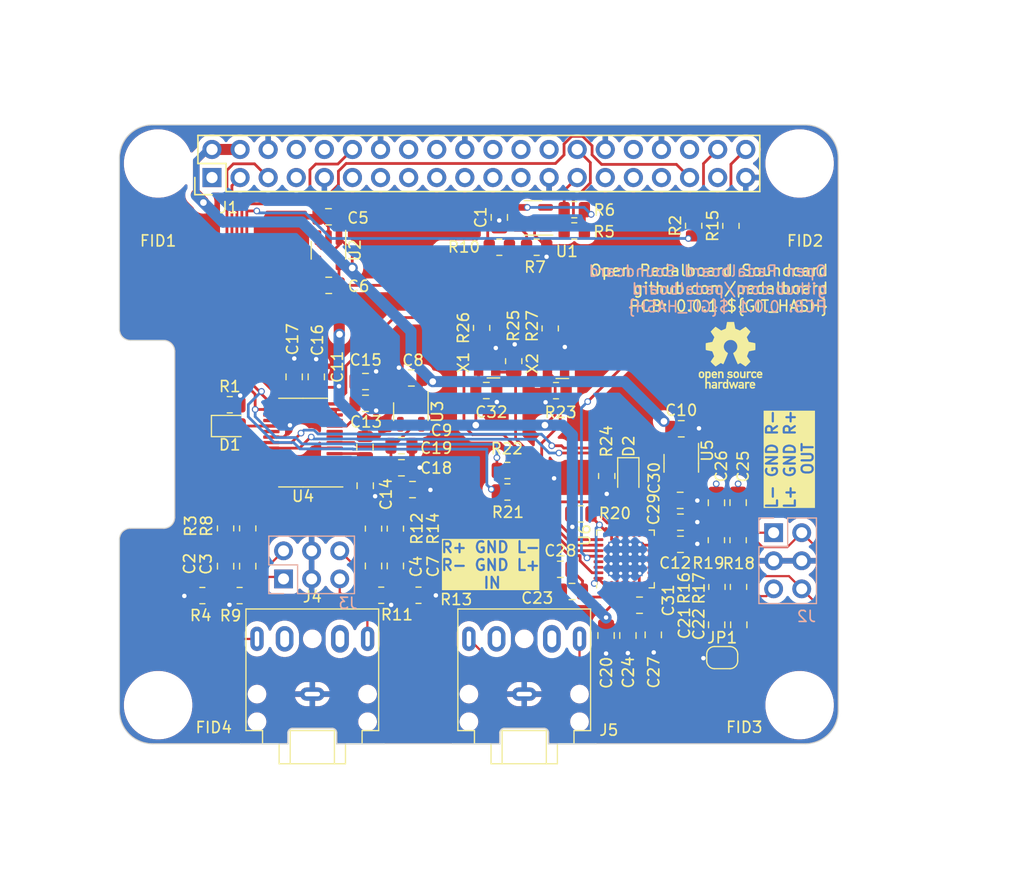
<source format=kicad_pcb>
(kicad_pcb (version 20240108) (generator "pcbnew") (generator_version "8.0")
  (title_block (title "Open Pedalboard Soundcard") (date "2024-10-04") (rev "0.0.1") (company "github.com/pedalboard") (comment 1 "Source Code: https://github.com/pedalboard/pedalboard-hw") (comment 2 "License: CERN Open Hardware Licence Version 2 - Permissive") (comment 3 "git hash: ${GIT_HASH}"))
  (layers (0 "F.Cu" signal) (31 "B.Cu" signal) (34 "B.Paste" user) (35 "F.Paste" user) (36 "B.SilkS" user "B.Silkscreen") (37 "F.SilkS" user "F.Silkscreen") (38 "B.Mask" user) (39 "F.Mask" user) (44 "Edge.Cuts" user))
  (net 0 "")
  (net 2 "GND")
  (net 3 "VDD")
  (net 4 "Net-(C2-Pad1)")
  (net 5 "/ADC/inr+")
  (net 6 "Net-(C3-Pad1)")
  (net 9 "/ADC/inr-")
  (net 12 "Net-(C4-Pad1)")
  (net 14 "/ADC/inl-")
  (net 20 "+5V")
  (net 25 "Net-(C7-Pad1)")
  (net 27 "/ADC/inl+")
  (net 28 "VDDF")
  (net 30 "Net-(U4-LDO)")
  (net 34 "VDDA")
  (net 35 "Net-(U4-VREF)")
  (net 38 "micbias")
  (net 39 "/DAC/outl+")
  (net 40 "/DAC/outl-")
  (net 41 "Net-(U6-LDOO)")
  (net 42 "/DAC/outr-")
  (net 43 "/DAC/outr+")
  (net 44 "Net-(U6-VNEG)")
  (net 45 "Net-(U6-CAPM)")
  (net 46 "Net-(U6-CAPP)")
  (net 47 "sda")
  (net 48 "scl")
  (net 49 "pcm_clk")
  (net 50 "/ID_SD")
  (net 51 "/ID_SC")
  (net 52 "pcm_fs")
  (net 53 "DOUT")
  (net 54 "Net-(J1-BCM21_SCLK_PCM_DO)")
  (net 55 "Net-(D1-K)")
  (net 56 "Net-(U4-DOUT)")
  (net 57 "Net-(U4-VINR1{slash}VIN2P)")
  (net 58 "Net-(U1-WP)")
  (net 59 "Net-(U4-VINR2{slash}VIN2M)")
  (net 60 "Net-(U4-VINL2{slash}VIN1M)")
  (net 61 "Net-(U4-VINL1{slash}VIN1P)")
  (net 62 "DIN")
  (net 63 "Net-(U6-OUTLP)")
  (net 64 "Net-(U6-OUTLN)")
  (net 65 "Net-(U6-OUTRN)")
  (net 66 "Net-(U6-OUTRP)")
  (net 67 "Net-(U6-ADR1)")
  (net 68 "Net-(U6-LRCK)")
  (net 69 "Net-(U6-BCK)")
  (net 70 "Net-(U6-GPIO3)")
  (net 71 "Net-(D2-K)")
  (net 72 "Net-(U6-GPIO6)")
  (net 73 "Net-(X1-OUT)")
  (net 74 "master_clk")
  (net 75 "Net-(X2-OUT)")
  (net 82 "Net-(D1-A)")
  (net 89 "Net-(D2-A)")
  (net 96 "Net-(JP1-B)")
  (footprint "pedalboard-soundcard:RPi_Hat_Mounting_Hole" (layer "F.Cu") (at 110 56)
    (property "Reference" "H4" (hide yes))
    (property "Value" "MountingHole" (hide yes))
  )
  (footprint "pedalboard-soundcard:RPi_Hat_Mounting_Hole" (layer "F.Cu") (at 52 56)
    (property "Reference" "H3" (hide yes))
    (property "Value" "MountingHole" (hide yes))
  )
  (footprint "pedalboard-soundcard:RPi_Hat_Mounting_Hole" (layer "F.Cu") (at 52 105)
    (property "Reference" "H1" (hide yes))
    (property "Value" "MountingHole" (hide yes))
  )
  (footprint "pedalboard-soundcard:RPi_Hat_Mounting_Hole" (layer "F.Cu") (at 110 105)
    (property "Reference" "H2" (hide yes))
    (property "Value" "MountingHole" (hide yes))
  )
  (footprint "pedalboard-soundcard:Pin_Header_Straight_2x20" (layer "F.Cu") (at 81 56 90)
    (property "Reference" "J1")
    (property "Value" "RPi_GPIO")
  )
  (footprint "Jumper:SolderJumper-2_P1.3mm_Open_RoundedPad1.0x1.5mm" (layer "F.Cu") (at 103 100.7)
    (property "Reference" "JP1")
    (property "Value" "SJP")
  )
  (footprint "Resistor_SMD:R_0805_2012Metric" (layer "F.Cu") (at 86.225 63.575)
    (property "Reference" "R7")
    (property "Value" "3K9")
  )
  (footprint "PCM_kikit:Tab" (layer "F.Cu") (at 114 65 180)
    (property "Reference" "T4" (hide yes))
    (property "Value" "Tab")
  )
  (footprint "Resistor_SMD:R_0805_2012Metric" (layer "F.Cu") (at 84.15 73.88 90)
    (property "Reference" "R25")
    (property "Value" "10K")
  )
  (footprint "Capacitor_SMD:C_0805_2012Metric" (layer "F.Cu") (at 102.5 97.73 -90)
    (property "Reference" "C21")
    (property "Value" "2,2nF50V")
  )
  (footprint "pedalboard-soundcard:Oscillator_SMD_Abracon_ASDMB-4Pin_2.5x2.0mm" (layer "F.Cu") (at 81.75 74.05 90)
    (property "Reference" "X1")
    (property "Value" "22.5792Mhz")
  )
  (footprint "Fiducial:Fiducial_0.75mm_Mask1.5mm" (layer "F.Cu") (at 57 105)
    (property "Reference" "FID4")
    (property "Value" "Fiducial")
  )
  (footprint "Package_TO_SOT_SMD:SOT-23-5" (layer "F.Cu") (at 67.4 63.85 -90)
    (property "Reference" "U2")
    (property "Value" "NCP163")
  )
  (footprint "Resistor_SMD:R_0805_2012Metric" (layer "F.Cu") (at 102.525 94.305 -90)
    (property "Reference" "R16")
    (property "Value" "470R")
  )
  (footprint "Capacitor_SMD:C_0805_2012Metric" (layer "F.Cu") (at 60.1 92.43 -90)
    (property "Reference" "C3")
    (property "Value" "10uF16V")
  )
  (footprint "Capacitor_SMD:C_0805_2012Metric" (layer "F.Cu") (at 66.3 75.3 90)
    (property "Reference" "C16")
    (property "Value" "100nF25V")
  )
  (footprint "Capacitor_SMD:C_0805_2012Metric" (layer "F.Cu") (at 81.675 76.54)
    (property "Reference" "C32")
    (property "Value" "100nF25V")
  )
  (footprint "Resistor_SMD:R_0805_2012Metric" (layer "F.Cu") (at 89.625 62.1)
    (property "Reference" "R5")
    (property "Value" "3K9")
  )
  (footprint "Resistor_SMD:R_0805_2012Metric" (layer "F.Cu") (at 82.85 63.575)
    (property "Reference" "R10")
    (property "Value" "3K9")
  )
  (footprint "pedalboard-soundcard:Oscillator_SMD_Abracon_ASDMB-4Pin_2.5x2.0mm" (layer "F.Cu") (at 87.975 74.1 90)
    (property "Reference" "X2")
    (property "Value" "24.576Mhz")
  )
  (footprint "LED_SMD:LED_0805_2012Metric" (layer "F.Cu") (at 94.51 84.3 -90)
    (property "Reference" "D2")
    (property "Value" "LED")
  )
  (footprint "Capacitor_SMD:C_0805_2012Metric" (layer "F.Cu") (at 70.725 85.15 90)
    (property "Reference" "C14")
    (property "Value" "100nF25V")
  )
  (footprint "Capacitor_SMD:C_0805_2012Metric" (layer "F.Cu") (at 88.37 92.71)
    (property "Reference" "C28")
    (property "Value" "100nF25V")
  )
  (footprint "Capacitor_SMD:C_0805_2012Metric" (layer "F.Cu") (at 70.75 77.7)
    (property "Reference" "C11")
    (property "Value" "100nF25V")
  )
  (footprint "Capacitor_SMD:C_0805_2012Metric" (layer "F.Cu") (at 71.475 92.41 -90)
    (property "Reference" "C4")
    (property "Value" "10uF16V")
  )
  (footprint "Resistor_SMD:R_0805_2012Metric" (layer "F.Cu") (at 72.17 95.06 180)
    (property "Reference" "R11")
    (property "Value" "100K")
  )
  (footprint "Capacitor_SMD:C_0805_2012Metric" (layer "F.Cu") (at 73.45 92.41 -90)
    (property "Reference" "C7")
    (property "Value" "10uF16V")
  )
  (footprint "Fiducial:Fiducial_0.75mm_Mask1.5mm" (layer "F.Cu") (at 52 61)
    (property "Reference" "FID1")
    (property "Value" "Fiducial")
  )
  (footprint "Capacitor_SMD:C_0805_2012Metric" (layer "F.Cu") (at 94.475 98.7 90)
    (property "Reference" "C24")
    (property "Value" "1uF16V")
  )
  (footprint "Fiducial:Fiducial_0.75mm_Mask1.5mm" (layer "F.Cu") (at 110 61)
    (property "Reference" "FID2")
    (property "Value" "Fiducial")
  )
  (footprint "Capacitor_SMD:C_0805_2012Metric" (layer "F.Cu") (at 67.425 67.025 180)
    (property "Reference" "C6")
    (property "Value" "10uF16V")
  )
  (footprint "Resistor_SMD:R_0805_2012Metric" (layer "F.Cu") (at 102.475 90.0775 90)
    (property "Reference" "R19")
    (property "Value" "470R")
  )
  (footprint "Capacitor_SMD:C_0805_2012Metric" (layer "F.Cu") (at 89.42 94.72)
    (property "Reference" "C23")
    (property "Value" "1uF16V")
  )
  (footprint "Resistor_SMD:R_0805_2012Metric" (layer "F.Cu") (at 71.475 89.03 -90)
    (property "Reference" "R12")
    (property "Value" "100R")
  )
  (footprint "Capacitor_SMD:C_0805_2012Metric" (layer "F.Cu") (at 74 81.525)
    (property "Reference" "C9")
    (property "Value" "10uF16V")
  )
  (footprint "Connector_Audio:Jack_3.5mm_CUI_SJ1-3525N_Horizontal" (layer "F.Cu") (at 65.94 104)
    (property "Reference" "J4")
    (property "Value" "Audio_Jack")
    (fp_line (start -2.2 3.5) (end -2.2 4.5) (stroke (width 0.12)) (layer "Edge.Cuts"))
    (fp_line (start -2.2 4.5) (end -6.5 4.5) (stroke (width 0.12)) (layer "Edge.Cuts"))
    (fp_line (start 1.8 3.1) (end -1.8 3.1) (stroke (width 0.12)) (layer "Edge.Cuts"))
    (fp_line (start 2.2 3.5) (end 2.2 4.5) (stroke (width 0.12)) (layer "Edge.Cuts"))
    (fp_line (start 2.2 4.5) (end 6.5 4.5) (stroke (width 0.12)) (layer "Edge.Cuts"))
    (fp_arc (start -2.2 3.5) (mid -2.082842 3.217158) (end -1.8 3.1) (stroke (width 0.12)) (layer "Edge.Cuts"))
    (fp_arc (start 1.8 3.1) (mid 2.082843 3.217157) (end 2.2 3.5) (stroke (width 0.12)) (layer "Edge.Cuts"))
  )
  (footprint "Resistor_SMD:R_0805_2012Metric" (layer "F.Cu") (at 75.54 95.06 180)
    (property "Reference" "R13")
    (property "Value" "100K")
  )
  (footprint "Capacitor_SMD:C_0805_2012Metric" (layer "F.Cu") (at 102.48 86.6925 90)
    (property "Reference" "C26")
    (property "Value" "2,2nF50V")
  )
  (footprint "Resistor_SMD:R_0805_2012Metric" (layer "F.Cu") (at 58.48 77.825)
    (property "Reference" "R1")
    (property "Value" "10K")
  )
  (footprint "Capacitor_SMD:C_0805_2012Metric" (layer "F.Cu") (at 67.4 60.82 180)
    (property "Reference" "C5")
    (property "Value" "10uF16V")
  )
  (footprint "Capacitor_SMD:C_0805_2012Metric" (layer "F.Cu") (at 70.7 81.65 -90)
    (property "Reference" "C13")
    (property "Value" "1uF16V")
  )
  (footprint "Resistor_SMD:R_0805_2012Metric" (layer "F.Cu") (at 103.79 61.64 90)
    (property "Reference" "R15")
    (property "Value" "100R")
  )
  (footprint "Symbol:OSHW-Logo_5.7x6mm_SilkScreen" (layer "F.Cu") (at 103.75 73.35)
    (property "Reference" "SYM1" (hide yes))
    (property "Value" "Logo_Open_Hardware_Small" (hide yes))
  )
  (footprint "Capacitor_SMD:C_0805_2012Metric" (layer "F.Cu") (at 70.75 75.725)
    (property "Reference" "C15")
    (property "Value" "10uF16V")
  )
  (footprint "Capacitor_SMD:C_0805_2012Metric" (layer "F.Cu") (at 99.2 86.475 180)
    (property "Reference" "C30")
    (property "Value" "1uF16V")
  )
  (footprint "Capacitor_SMD:C_0805_2012Metric" (layer "F.Cu") (at 104.44 86.6775 90)
    (property "Reference" "C25")
    (property "Value" "2,2nF50V")
  )
  (footprint "Resistor_SMD:R_0805_2012Metric" (layer "F.Cu") (at 87.975 76.55 180)
    (property "Reference" "R23")
    (property "Value" "10K")
  )
  (footprint "Capacitor_SMD:C_0805_2012Metric" (layer "F.Cu") (at 95.525 95.96 180)
    (property "Reference" "C31")
    (property "Value" "1uF16V")
  )
  (footprint "PCM_kikit:Tab" (layer "F.Cu") (at 100 109 90)
    (property "Reference" "T1" (hide yes))
    (property "Value" "Tab")
  )
  (footprint "LED_SMD:LED_0805_2012Metric" (layer "F.Cu") (at 58.505 79.75)
    (property "Reference" "D1")
    (property "Value" "LED")
  )
  (footprint "pedalboard-soundcard:HVQFN-32-1EP_5x5mm_P0.5mm_EP3.1x3.1mm_ThermalVias" (layer "F.Cu") (at 94.25 91.777 90)
    (property "Reference" "U6")
    (property "Value" "PCM5242RHBR")
  )
  (footprint "Package_TO_SOT_SMD:SOT-23-5" (layer "F.Cu") (at 99.3 83.125 -90)
    (property "Reference" "U5")
    (property "Value" "NCP163")
  )
  (footprint "Capacitor_SMD:C_0805_2012Metric" (layer "F.Cu") (at 74.9 75.4 180)
    (property "Reference" "C8")
    (property "Value" "10uF16V")
  )
  (footprint "Resistor_SMD:R_0805_2012Metric" (layer "F.Cu") (at 83.58 85.72)
    (property "Reference" "R21")
    (property "Value" "100R")
  )
  (footprint "Resistor_SMD:R_0805_2012Metric" (layer "F.Cu") (at 60.1 89.01 -90)
    (property "Reference" "R8")
    (property "Value" "100R")
  )
  (footprint "Resistor_SMD:R_0805_2012Metric" (layer "F.Cu") (at 73.45 89.03 -90)
    (property "Reference" "R14")
    (property "Value" "100R")
  )
  (footprint "Capacitor_SMD:C_0805_2012Metric" (layer "F.Cu") (at 99.225 90.45)
    (property "Reference" "C12")
    (property "Value" "10uF16V")
  )
  (footprint "Capacitor_SMD:C_0805_2012Metric" (layer "F.Cu") (at 104.5 97.73 -90)
    (property "Reference" "C22")
    (property "Value" "2,2nF50V")
  )
  (footprint "Capacitor_SMD:C_0805_2012Metric" (layer "F.Cu") (at 96.77 98.64 90)
    (property "Reference" "C27")
    (property "Value" "1uF16V")
  )
  (footprint "Resistor_SMD:R_0805_2012Metric" (layer "F.Cu") (at 83.58 83.77)
    (property "Reference" "R22")
    (property "Value" "100R")
  )
  (footprint "Fiducial:Fiducial_0.75mm_Mask1.5mm" (layer "F.Cu") (at 105 105)
    (property "Reference" "FID3")
    (property "Value" "Fiducial")
  )
  (footprint "PCM_kikit:Tab" (layer "F.Cu") (at 100 52 -90)
    (property "Reference" "T3" (hide yes))
    (property "Value" "Tab")
  )
  (footprint "Resistor_SMD:R_0805_2012Metric" (layer "F.Cu") (at 104.44 90.0775 90)
    (property "Reference" "R18")
    (property "Value" "470R")
  )
  (footprint "Capacitor_SMD:C_0805_2012Metric" (layer "F.Cu") (at 99.225 88.45)
    (property "Reference" "C29")
    (property "Value" "100nF25V")
  )
  (footprint "Connector_Audio:Jack_3.5mm_CUI_SJ1-3525N_Horizontal" (layer "F.Cu") (at 85.1 104)
    (property "Reference" "J5")
    (property "Value" "Audio_Jack")
    (fp_line (start -2.2 3.5) (end -2.2 4.5) (stroke (width 0.12)) (layer "Edge.Cuts"))
    (fp_line (start -2.2 4.5) (end -6.5 4.5) (stroke (width 0.12)) (layer "Edge.Cuts"))
    (fp_line (start 1.8 3.1) (end -1.8 3.1) (stroke (width 0.12)) (layer "Edge.Cuts"))
    (fp_line (start 2.2 3.5) (end 2.2 4.5) (stroke (width 0.12)) (layer "Edge.Cuts"))
    (fp_line (start 2.2 4.5) (end 6.5 4.5) (stroke (width 0.12)) (layer "Edge.Cuts"))
    (fp_arc (start -2.2 3.5) (mid -2.082842 3.217158) (end -1.8 3.1) (stroke (width 0.12)) (layer "Edge.Cuts"))
    (fp_arc (start 1.8 3.1) (mid 2.082843 3.217157) (end 2.2 3.5) (stroke (width 0.12)) (layer "Edge.Cuts"))
  )
  (footprint "Package_SO:TSSOP-30_4.4x7.8mm_P0.5mm" (layer "F.Cu") (at 65.1 81.25 180)
    (property "Reference" "U4")
    (property "Value" "PCM1863DBT")
  )
  (footprint "Package_TO_SOT_SMD:SOT-23-5" (layer "F.Cu") (at 74.85 78.45 -90)
    (property "Reference" "U3")
    (property "Value" "NCP163")
  )
  (footprint "Resistor_SMD:R_0805_2012Metric" (layer "F.Cu") (at 81.25 70.87 90)
    (property "Reference" "R26")
    (property "Value" "100R")
  )
  (footprint "Capacitor_SMD:C_0805_2012Metric" (layer "F.Cu") (at 82.85 60.875 90)
    (property "Reference" "C1")
    (property "Value" "100nF25V")
  )
  (footprint "Resistor_SMD:R_0805_2012Metric" (layer "F.Cu") (at 58.1 89.01 -90)
    (property "Reference" "R3")
    (property "Value" "100R")
  )
  (footprint "Resistor_SMD:R_0805_2012Metric" (layer "F.Cu") (at 87.45 70.92 90)
    (property "Reference" "R27")
    (property "Value" "100R")
  )
  (footprint "Capacitor_SMD:C_0805_2012Metric" (layer "F.Cu") (at 92.5 98.7 90)
    (property "Reference" "C20")
    (property "Value" "100nF25V")
  )
  (footprint "Resistor_SMD:R_0805_2012Metric" (layer "F.Cu") (at 104.475 94.305 -90)
    (property "Reference" "R17")
    (property "Value" "470R")
  )
  (footprint "Resistor_SMD:R_0805_2012Metric" (layer "F.Cu") (at 92.56 84.27 90)
    (property "Reference" "R24")
    (property "Value" "10K")
  )
  (footprint "Capacitor_SMD:C_0805_2012Metric" (layer "F.Cu") (at 99.3 80)
    (property "Reference" "C10")
    (property "Value" "10uF16V")
  )
  (footprint "Resistor_SMD:R_0805_2012Metric" (layer "F.Cu") (at 90.225 87.7 180)
    (property "Reference" "R20")
    (property "Value" "10K")
  )
  (footprint "Resistor_SMD:R_0805_2012Metric" (layer "F.Cu") (at 59.37 95.09)
    (property "Reference" "R9")
    (property "Value" "100K")
  )
  (footprint "Capacitor_SMD:C_0805_2012Metric" (layer "F.Cu") (at 75 85.5)
    (property "Reference" "C18")
    (property "Value" "1uF16V")
  )
  (footprint "PCM_kikit:Tab" (layer "F.Cu") (at 48 65)
    (property "Reference" "T2" (hide yes))
    (property "Value" "Tab")
  )
  (footprint "Resistor_SMD:R_0805_2012Metric" (layer "F.Cu") (at 89.625 60.175)
    (property "Reference" "R6")
    (property "Value" "3K9")
  )
  (footprint "Resistor_SMD:R_0805_2012Metric" (layer "F.Cu") (at 100.42 61.63 90)
    (property "Reference" "R2")
    (property "Value" "100R")
  )
  (footprint "Capacitor_SMD:C_0805_2012Metric" (layer "F.Cu") (at 74 83.525)
    (property "Reference" "C19")
    (property "Value" "100nF25V")
  )
  (footprint "Capacitor_SMD:C_0805_2012Metric" (layer "F.Cu") (at 58.1 92.43 -90)
    (property "Reference" "C2")
    (property "Value" "10uF16V")
  )
  (footprint "Resistor_SMD:R_0805_2012Metric" (layer "F.Cu") (at 56 95.09)
    (property "Reference" "R4")
    (property "Value" "100K")
  )
  (footprint "Package_TO_SOT_SMD:SOT-23-5" (layer "F.Cu") (at 85.89 60.92 180)
    (property "Reference" "U1")
    (property "Value" "AT24CS01-STUM")
  )
  (footprint "Capacitor_SMD:C_0805_2012Metric" (layer "F.Cu") (at 64.3 75.3 90)
    (property "Reference" "C17")
    (property "Value" "1uF16V")
  )
  (footprint "pedalboard-soundcard:PinSocket_2x03_P2.54mm_Vertical" (layer "B.Cu") (at 63.34 93.58 -90)
    (property "Reference" "J3")
    (property "Value" "Conn_02x03_Odd_Even")
  )
  (footprint "pedalboard-soundcard:PinSocket_2x03_P2.54mm_Vertical" (layer "B.Cu") (at 107.65 89.4 180)
    (property "Reference" "J2")
    (property "Value" "Conn_02x03_Odd_Even")
  )
  (gr_arc (start 51.5 108.5) (mid 49.37868 107.62132) (end 48.5 105.5) (stroke (width 0.1)) (layer "Edge.Cuts"))
  (gr_arc (start 113.5 105.5) (mid 112.62132 107.62132) (end 110.5 108.5) (stroke (width 0.1)) (layer "Edge.Cuts"))
  (gr_arc (start 49.5 72) (mid 48.792893 71.707107) (end 48.5 71) (stroke (width 0.1)) (layer "Edge.Cuts"))
  (gr_arc (start 52.5 72) (mid 53.207107 72.292893) (end 53.5 73) (stroke (width 0.1)) (layer "Edge.Cuts"))
  (gr_arc (start 53.5 88) (mid 53.207107 88.707107) (end 52.5 89) (stroke (width 0.1)) (layer "Edge.Cuts"))
  (gr_arc (start 48.5 90) (mid 48.792893 89.292893) (end 49.5 89) (stroke (width 0.1)) (layer "Edge.Cuts"))
  (gr_arc (start 48.5 55.5) (mid 49.37868 53.37868) (end 51.5 52.5) (stroke (width 0.1)) (layer "Edge.Cuts"))
  (gr_line (start 51.5 52.5) (end 110.5 52.5) (stroke (width 0.1)) (layer "Edge.Cuts"))
  (gr_arc (start 110.5 52.5) (mid 112.62132 53.37868) (end 113.5 55.5) (stroke (width 0.1)) (layer "Edge.Cuts"))
  (gr_line (start 72.44 108.5) (end 78.6 108.5) (stroke (width 0.1)) (layer "Edge.Cuts"))
  (gr_line (start 48.5 55.5) (end 48.5 71) (stroke (width 0.1)) (layer "Edge.Cuts"))
  (gr_line (start 53.5 73) (end 53.5 88) (stroke (width 0.1)) (layer "Edge.Cuts"))
  (gr_line (start 49.5 72) (end 52.5 72) (stroke (width 0.1)) (layer "Edge.Cuts"))
  (gr_line (start 48.5 90) (end 48.5 105.5) (stroke (width 0.1)) (layer "Edge.Cuts"))
  (gr_line (start 51.5 108.5) (end 59.44 108.5) (stroke (width 0.1)) (layer "Edge.Cuts"))
  (gr_line (start 91.6 108.5) (end 110.5 108.5) (stroke (width 0.1)) (layer "Edge.Cuts"))
  (gr_line (start 113.5 55.5) (end 113.5 105.5) (stroke (width 0.1)) (layer "Edge.Cuts"))
  (gr_line (start 49.5 89) (end 52.5 89) (stroke (width 0.1)) (layer "Edge.Cuts"))
  (gr_text "${TITLE}\n${COMPANY}\nPCB: ${REVISION} ${GIT_HASH}" (at 112.55 69.54 0) (layer "B.SilkS") (effects (font (size 1 1)) (justify left bottom mirror)))
  (gr_text "R+ GND L-\nR- GND L+\n     IN" (at 77.5 94.52 0) (layer "F.SilkS" knockout) (effects (font (size 1 1) (thickness 0.2) (bold yes)) (justify left bottom)))
  (gr_text "${TITLE}\n${COMPANY}\nPCB: ${REVISION} ${GIT_HASH}" (at 112.68 69.48 0) (layer "F.SilkS") (effects (font (size 1 1)) (justify right bottom)))
  (gr_text "L- GND R-\nL+ GND R+\n    OUT" (at 111.31 87.32 90) (layer "F.SilkS" knockout) (effects (font (size 1 1) (thickness 0.2) (bold yes)) (justify left bottom)))
  (segment (start 66.650001 81.749999) (end 66.65 81.75) (width 0.25) (layer "F.Cu") (net 2))
  (segment (start 93.499999 94.251999) (end 93.499999 92.527001) (width 0.25) (layer "F.Cu") (net 2))
  (segment (start 66.650001 79.249999) (end 66.65 79.25) (width 0.25) (layer "F.Cu") (net 2))
  (segment (start 83.07 60.92) (end 87.0275 60.92) (width 0.25) (layer "F.Cu") (net 2))
  (segment (start 100.25 80) (end 100.86 80) (width 0.25) (layer "F.Cu") (net 2))
  (segment (start 96.724999 90.026559) (end 96.724999 90.526685) (width 0.25) (layer "F.Cu") (net 2))
  (segment (start 82.84 61.15) (end 83.07 60.92) (width 0.25) (layer "F.Cu") (net 2))
  (segment (start 100.86 80) (end 100.9 79.96) (width 0.25) (layer "F.Cu") (net 2))
  (segment (start 68.049948 81.749999) (end 66.650001 81.749999) (width 0.25) (layer "F.Cu") (net 2))
  (segment (start 71.7 78.34) (end 71.71 78.35) (width 0.25) (layer "F.Cu") (net 2))
  (segment (start 58.4575 95.9125) (end 58.45 95.92) (width 0.25) (layer "F.Cu") (net 2))
  (segment (start 59.3925 77.825) (end 59.3925 77.0175) (width 0.25) (layer "F.Cu") (net 2))
  (segment (start 82.85 61.825) (end 82.85 61.16) (width 0.25) (layer "F.Cu") (net 2))
  (segment (start 67.4 61.725) (end 66.35 60.675) (width 0.25) (layer "F.Cu") (net 2))
  (segment (start 94.475 100.285) (end 94.47 100.29) (width 0.01) (layer "F.Cu") (net 2))
  (segment (start 73.95 75.4) (end 73.95 74.65) (width 0.25) (layer "F.Cu") (net 2))
  (segment (start 93.4626 90.17077) (end 93.499999 90.133371) (width 0.25) (layer "F.Cu") (net 2))
  (segment (start 100.175 90.45) (end 100.71 90.45) (width 0.25) (layer "F.Cu") (net 2))
  (segment (start 93 89.302001) (end 93 90.0169) (width 0.25) (layer "F.Cu") (net 2))
  (segment (start 61.079999 82.250001) (end 60.79 82.54) (width 0.25) (layer "F.Cu") (net 2))
  (segment (start 102.35 100.7) (end 101.35 100.7) (width 0.25) (layer "F.Cu") (net 2))
  (segment (start 100.25 80) (end 99.3 80.95) (width 0.25) (layer "F.Cu") (net 2))
  (segment (start 71.7 75.725) (end 71.7 74.82) (width 0.25) (layer "F.Cu") (net 2))
  (segment (start 92.5 100.33) (end 92.5 99.65) (width 0.01) (layer "F.Cu") (net 2))
  (segment (start 68.049948 79.249999) (end 66.650001 79.249999) (width 0.25) (layer "F.Cu") (net 2))
  (segment (start 82.525 72.695) (end 82.53 72.69) (width 0.25) (layer "F.Cu") (net 2))
  (segment (start 64.3 73.65) (end 64.31 73.64) (width 0.25) (layer "F.Cu") (net 2))
  (segment (start 73.0825 95.06) (end 73.0825 95.9175) (width 0.25) (layer "F.Cu") (net 2))
  (segment (start 82.85 61.16) (end 82.84 61.15) (width 0.25) (layer "F.Cu") (net 2))
  (segment (start 75.635 83.525) (end 75.65 83.51) (width 0.25) (layer "F.Cu") (net 2))
  (segment (start 74.85 76.3) (end 74.85 77.3125) (width 0.25) (layer "F.Cu") (net 2))
  (segment (start 66.3 73.71) (end 66.29 73.7) (width 0.25) (layer "F.Cu") (net 2))
  (segment (start 100.74 88.45) (end 100.75 88.44) (width 0.25) (layer "F.Cu") (net 2))
  (segment (start 96.81 100.23) (end 96.77 100.19) (width 0.25) (layer "F.Cu") (net 2))
  (segment (start 62.150052 82.250001) (end 63.5 82.25) (width 0.25) (layer "F.Cu") (net 2))
  (segment (start 96.6875 90.527) (end 95.5 90.527) (width 0.25) (layer "F.Cu") (net 2))
  (segment (start 59.3925 77.0175) (end 59.42 76.99) (width 0.25) (layer "F.Cu") (net 2))
  (segment (start 93.30873 90.0169) (end 93.4626 90.17077) (width 0.25) (layer "F.Cu") (net 2))
  (segment (start 75.95 85.5) (end 76.59 85.5) (width 0.25) (layer "F.Cu") (net 2))
  (segment (start 92.56 85.1825) (end 92.56 85.89) (width 0.25) (layer "F.Cu") (net 2))
  (segment (start 88.77 72.6) (end 88.75 72.62) (width 0.25) (layer "F.Cu") (net 2))
  (segment (start 63.92 79.68) (end 63.860001 79.739999) (width 0.25) (layer "F.Cu") (net 2))
  (segment (start 76.59 85.5) (end 76.62 85.53) (width 0.25) (layer "F.Cu") (net 2))
  (segment (start 63.5 82.25) (end 63.5 82.75) (width 0.25) (layer "F.Cu") (net 2))
  (segment (start 86.365001 60.92) (end 86.04 61.245001) (width 0.25) (layer "F.Cu") (net 2))
  (segment (start 93 90.0169) (end 93.30873 90.0169) (width 0.25) (layer "F.Cu") (net 2))
  (segment (start 101.35 100.7) (end 101.3 100.75) (width 0.25) (layer "F.Cu") (net 2))
  (segment (start 99.3 80.95) (end 99.3 81.9875) (width 0.25) (layer "F.Cu") (net 2))
  (segment (start 63.88 80.22) (end 63.349999 80.750001) (width 0.25) (layer "F.Cu") (net 2))
  (segment (start 73.95 75.4) (end 74.85 76.3) (width 0.25) (layer "F.Cu") (net 2))
  (segment (start 62.150052 82.250001) (end 61.079999 82.250001) (width 0.25) (layer "F.Cu") (net 2))
  (segment (start 58.4575 95.09) (end 58.4575 95.9125) (width 0.25) (layer "F.Cu") (net 2))
  (segment (start 66.3 74.35) (end 66.3 73.71) (width 0.25) (layer "F.Cu") (net 2))
  (segment (start 87.0275 60.92) (end 86.365001 60.92) (width 0.25) (layer "F.Cu") (net 2))
  (segment (start 73.0825 95.9175) (end 73.07 95.93) (width 0.25) (layer "F.Cu") (net 2))
  (segment (start 88.75 72.62) (end 88.75 73.15) (width 0.25) (layer "F.Cu") (net 2))
  (segment (start 93.499999 92.527001) (end 94.25 91.777) (width 0.25) (layer "F.Cu") (net 2))
  (segment (start 63.349999 80.750001) (end 62.150052 80.750001) (width 0.25) (layer "F.Cu") (net 2))
  (segment (start 100.175 88.45) (end 100.74 88.45) (width 0.25) (layer "F.Cu") (net 2))
  (segment (start 87.0625 77.5675) (end 87.03 77.6) (width 0.25) (layer "F.Cu") (net 2))
  (segment (start 87.1375 64.4225) (end 87.12 64.44) (width 0.25) (layer "F.Cu") (net 2))
  (segment (start 64.3 74.35) (end 64.3 73.65) (width 0.25) (layer "F.Cu") (net 2))
  (segment (start 77.1 95.06) (end 77.11 95.07) (width 0.25) (layer "F.Cu") (net 2))
  (segment (start 100.15 86.475) (end 100.735 86.475) (width 0.25) (layer "F.Cu") (net 2))
  (segment (start 95.5 93.027) (end 94.683333 92.210333) (width 0.25) (layer "F.Cu") (net 2))
  (segment (start 86.04 61.245001) (end 86.04 62.4775) (width 0.25) (layer "F.Cu") (net 2))
  (segment (start 87.1375 63.575) (end 87.1375 64.4225) (width 0.25) (layer "F.Cu") (net 2))
  (segment (start 82.625 77.575) (end 82.625 76.6) (width 0.25) (layer "F.Cu") (net 2))
  (segment (start 71.62 86.1) (end 70.725 86.1) (width 0.25) (layer "F.Cu") (net 2))
  (segment (start 100.735 86.475) (end 100.75 86.49) (width 0.25) (layer "F.Cu") (net 2))
  (segment (start 95.5 94.251999) (end 95.5 93.027) (width 0.25) (layer "F.Cu") (net 2))
  (segment (start 86.04 62.4775) (end 87.1375 63.575) (width 0.25) (layer "F.Cu") (net 2))
  (segment (start 94.475 99.65) (end 94.475 100.285) (width 0.01) (layer "F.Cu") (net 2))
  (segment (start 71.7 77.7) (end 71.7 78.34) (width 0.25) (layer "F.Cu") (net 2))
  (segment (start 63.860001 80.22) (end 63.88 80.22) (width 0.25) (layer "F.Cu") (net 2))
  (segment (start 76.4525 95.06) (end 77.1 95.06) (width 0.25) (layer "F.Cu") (net 2))
  (segment (start 55.0875 95.09) (end 54.4 95.09) (width 0.25) (layer "F.Cu") (net 2))
  (segment (start 100.71 90.45) (end 100.75 90.41) (width 0.25) (layer "F.Cu") (net 2))
  (segment (start 63.5 82.75) (end 62.150052 82.75) (width 0.25) (layer "F.Cu") (net 2))
  (segment (start 54.4 95.09) (end 54.37 95.12) (width 0.25) (layer "F.Cu") (net 2))
  (segment (start 95.5 90.527) (end 94.25 91.777) (width 0.25) (layer "F.Cu") (net 2))
  (segment (start 87.0625 76.625) (end 87.0625 77.5675) (width 0.25) (layer "F.Cu") (net 2))
  (segment (start 71.7 74.82) (end 71.71 74.81) (width 0.25) (layer "F.Cu") (net 2))
  (segment (start 84.24 72.36) (end 84.225 72.375) (width 0.01) (layer "F.Cu") (net 2))
  (segment (start 61 82.75) (end 62.150052 82.75) (width 0.25) (layer "F.Cu") (net 2))
  (segment (start 74.95 83.525) (end 75.635 83.525) (width 0.25) (layer "F.Cu") (net 2))
  (segment (start 93.499999 90.133371) (end 93.499999 89.302001) (width 0.25) (layer "F.Cu") (net 2))
  (segment (start 63.860001 79.739999) (end 63.860001 80.22) (width 0.25) (layer "F.Cu") (net 2))
  (segment (start 60.79 82.54) (end 61 82.75) (width 0.25) (layer "F.Cu") (net 2))
  (segment (start 67.4 62.7125) (end 67.4 61.725) (width 0.25) (layer "F.Cu") (net 2))
  (segment (start 84.225 72.375) (end 84.225 73.0875) (width 0.01) (layer "F.Cu") (net 2))
  (segment (start 82.525 73.225) (end 82.525 72.695) (width 0.25) (layer "F.Cu") (net 2))
  (segment (start 96.77 100.19) (end 96.77 99.59) (width 0.25) (layer "F.Cu") (net 2))
  (segment (start 73.95 74.65) (end 73.77 74.47) (width 0.25) (layer "F.Cu") (net 2))
  (via (at 100.75 88.44) (size 0.6) (drill 0.4) (layers "F.Cu" "B.Cu") (net 2))
  (via (at 92.5 100.33) (size 0.6) (drill 0.4) (layers "F.Cu" "B.Cu") (net 2))
  (via (at 87.8 84.48) (size 0.6) (drill 0.4) (layers "F.Cu" "B.Cu") (net 2))
  (via (at 77.11 95.07) (size 0.6) (drill 0.4) (layers "F.Cu" "B.Cu") (net 2))
  (via (at 64.31 73.64) (size 0.6) (drill 0.4) (layers "F.Cu" "B.Cu") (net 2))
  (via (at 82.625 77.575) (size 0.6) (drill 0.4) (layers "F.Cu" "B.Cu") (net 2))
  (via (at 73.07 95.93) (size 0.6) (drill 0.4) (layers "F.Cu" "B.Cu") (net 2))
  (via (at 100.9 79.96) (size 0.6) (drill 0.4) (layers "F.Cu" "B.Cu") (net 2))
  (via (at 82.84 61.15) (size 0.6) (drill 0.4) (layers "F.Cu" "B.Cu") (net 2))
  (via (at 84.24 72.36) (size 0.6) (drill 0.4) (layers "F.Cu" "B.Cu") (net 2))
  (via (at 92.56 85.89) (size 0.6) (drill 0.4) (layers "F.Cu" "B.Cu") (net 2))
  (via (at 101.3 100.75) (size 0.6) (drill 0.4) (layers "F.Cu" "B.Cu") (net 2))
  (via (at 73.77 74.47) (size 0.6) (drill 0.4) (layers "F.Cu" "B.Cu") (net 2))
  (via (at 87.12 64.44) (size 0.6) (drill 0.4) (layers "F.Cu" "B.Cu") (net 2))
  (via (at 100.75 86.49) (size 0.6) (drill 0.4) (layers "F.Cu" "B.Cu") (net 2))
  (via (at 88.77 72.6) (size 0.6) (drill 0.4) (layers "F.Cu" "B.Cu") (net 2))
  (via (at 59.42 76.99) (size 0.6) (drill 0.4) (layers "F.Cu" "B.Cu") (net 2))
  (via (at 96.81 100.23) (size 0.6) (drill 0.4) (layers "F.Cu" "B.Cu") (net 2))
  (via (at 75.65 83.51) (size 0.6) (drill 0.4) (layers "F.Cu" "B.Cu") (net 2))
  (via (at 71.62 86.1) (size 0.6) (drill 0.4) (layers "F.Cu" "B.Cu") (net 2))
  (via (at 71.71 78.35) (size 0.6) (drill 0.4) (layers "F.Cu" "B.Cu") (net 2))
  (via (at 82.53 72.69) (size 0.6) (drill 0.4) (layers "F.Cu" "B.Cu") (net 2))
  (via (at 66.29 73.7) (size 0.6) (drill 0.4) (layers "F.Cu" "B.Cu") (net 2))
  (via (at 76.62 85.53) (size 0.6) (drill 0.4) (layers "F.Cu" "B.Cu") (net 2))
  (via (at 58.45 95.92) (size 0.6) (drill 0.4) (layers "F.Cu" "B.Cu") (net 2))
  (via (at 71.71 74.81) (size 0.6) (drill 0.4) (layers "F.Cu" "B.Cu") (net 2))
  (via (at 94.47 100.29) (size 0.6) (drill 0.4) (layers "F.Cu" "B.Cu") (net 2))
  (via (at 87.03 77.6) (size 0.6) (drill 0.4) (layers "F.Cu" "B.Cu") (net 2))
  (via (at 100.75 90.41) (size 0.6) (drill 0.4) (layers "F.Cu" "B.Cu") (net 2))
  (via (at 63.92 79.68) (size 0.6) (drill 0.4) (layers "F.Cu" "B.Cu") (net 2))
  (via (at 54.37 95.12) (size 0.6) (drill 0.4) (layers "F.Cu" "B.Cu") (net 2))
  (segment (start 92.5 97.07) (end 92.5 97.75) (width 0.25) (layer "F.Cu") (net 3))
  (segment (start 90.5375 62.05) (end 90.5125 62.075) (width 0.25) (layer "F.Cu") (net 3))
  (segment (start 87.9 78.74) (end 87.9 75.5) (width 0.25) (layer "F.Cu") (net 3))
  (segment (start 67.058198 78.249998) (end 66.3 77.4918) (width 0.25) (layer "F.Cu") (net 3))
  (segment (start 94 94.251999) (end 94.5 94.251999) (width 0.25) (layer "F.Cu") (net 3))
  (segment (start 89.45 88.87) (end 89.3125 88.7325) (width 0.25) (layer "F.Cu") (net 3))
  (segment (start 81.8 60.975) (end 82.85 59.925) (width 0.25) (layer "F.Cu") (net 3))
  (segment (start 74.115 67.025) (end 77.565 63.575) (width 0.25) (layer "F.Cu") (net 3))
  (segment (start 80.975 76.35) (end 80.725 76.6) (width 0.25) (layer "F.Cu") (net 3))
  (segment (start 81.9375 63.575) (end 81.8 63.4375) (width 0.25) (layer "F.Cu") (net 3))
  (segment (start 80.72 79.6) (end 80.72 79.67) (width 0.25) (layer "F.Cu") (net 3))
  (segment (start 66.3 77.4918) (end 66.3 76.25) (width 0.25) (layer "F.Cu") (net 3))
  (segment (start 94.475 97.75) (end 92.5 97.75) (width 0.25) (layer "F.Cu") (net 3))
  (segment (start 87.9 75.5) (end 87.2 74.8) (width 0.25) (layer "F.Cu") (net 3))
  (segment (start 84.7075 59.925) (end 84.7525 59.97) (width 0.25) (layer "F.Cu") (net 3))
  (segment (start 68.049948 78.75) (end 68.049948 78.249998) (width 0.25) (layer "F.Cu") (net 3))
  (segment (start 68.375 67.025) (end 74.115 67.025) (width 0.25) (layer "F.Cu") (net 3))
  (segment (start 85.38 59.97) (end 84.7525 59.97) (width 0.25) (layer "F.Cu") (net 3))
  (segment (start 80.74 79.58) (end 80.72 79.6) (width 0.25) (layer "F.Cu") (net 3))
  (segment (start 89.3125 88.7325) (end 89.3125 87.825) (width 0.25) (layer "F.Cu") (net 3))
  (segment (start 90.9625 60.6) (end 90.5375 60.175) (width 0.25) (layer "F.Cu") (net 3))
  (segment (start 91.15 60.6) (end 90.9625 60.6) (width 0.25) (layer "F.Cu") (net 3))
  (segment (start 80.725 76.6) (end 80.725 79.565) (width 0.25) (layer "F.Cu") (net 3))
  (segment (start 81.8 63.4375) (end 81.8 60.975) (width 0.25) (layer "F.Cu") (net 3))
  (segment (start 90.5375 60.175) (end 90.5375 62.05) (width 0.25) (layer "F.Cu") (net 3))
  (segment (start 94 94.966998) (end 92.5 96.466998) (width 0.25) (layer "F.Cu") (net 3))
  (segment (start 86.97 79.67) (end 87.9 78.74) (width 0.25) (layer "F.Cu") (net 3))
  (segment (start 68.2505 76.25) (end 68.3505 76.15) (width 0.25) (layer "F.Cu") (net 3))
  (segment (start 66.3 76.25) (end 68.2505 76.25) (width 0.25) (layer "F.Cu") (net 3))
  (segment (start 68.049948 78.249998) (end 67.058198 78.249998) (width 0.25) (layer "F.Cu") (net 3))
  (segment (start 68.375 71.425) (end 68.375 67.025) (width 1) (layer "F.Cu") (net 3))
  (segment (start 80.725 79.565) (end 80.74 79.58) (width 0.25) (layer "F.Cu") (net 3))
  (segment (start 92.5 96.466998) (end 92.5 97.07) (width 0.25) (layer "F.Cu") (net 3))
  (segment (start 68.4 71.45) (end 68.375 71.425) (width 1) (layer "F.Cu") (net 3))
  (segment (start 94 94.251999) (end 94 94.966998) (width 0.25) (layer "F.Cu") (net 3))
  (segment (start 66.3 76.25) (end 64.3 76.25) (width 0.25) (layer "F.Cu") (net 3))
  (segment (start 68.35 64.9875) (end 68.35 67) (width 0.25) (layer "F.Cu") (net 3))
  (segment (start 77.565 63.575) (end 81.9375 63.575) (width 0.25) (layer "F.Cu") (net 3))
  (segment (start 82.85 59.925) (end 84.7075 59.925) (width 0.25) (layer "F.Cu") (net 3))
  (segment (start 80.975 74.875) (end 80.975 76.35) (width 0.25) (layer "F.Cu") (net 3))
  (segment (start 68.35 67) (end 68.375 67.025) (width 0.25) (layer "F.Cu") (net 3))
  (via (at 89.45 88.87) (size 0.6) (drill 0.4) (layers "F.Cu" "B.Cu") (net 3))
  (via (at 92.5 97.07) (size 0.6) (drill 0.4) (layers "F.Cu" "B.Cu") (net 3))
  (via (at 91.15 60.6) (size 0.6) (drill 0.4) (layers "F.Cu" "B.Cu") (net 3))
  (via (at 86.97 79.67) (size 1) (drill 0.6) (layers "F.Cu" "B.Cu") (net 3))
  (via (at 68.3505 76.15) (size 0.6) (drill 0.4) (layers "F.Cu" "B.Cu") (net 3))
  (via (at 80.72 79.67) (size 1) (drill 0.6) (layers "F.Cu" "B.Cu") (net 3))
  (via (at 85.38 59.97) (size 0.6) (drill 0.4) (layers "F.Cu" "B.Cu") (net 3))
  (via (at 68.4 71.45) (size 1) (drill 0.6) (layers "F.Cu" "B.Cu") (net 3))
  (segment (start 85.38 59.97) (end 90.52 59.97) (width 0.25) (layer "B.Cu") (net 3))
  (segment (start 89.45 94.06) (end 92.5 97.11) (width 1) (layer "B.Cu") (net 3))
  (segment (start 90.52 59.97) (end 91.15 60.6) (width 0.25) (layer "B.Cu") (net 3))
  (segment (start 92.5 97.11) (end 92.5 97.07) (width 1) (layer "B.Cu") (net 3))
  (segment (start 68.36 77.5) (end 70.53 79.67) (width 1) (layer "B.Cu") (net 3))
  (segment (start 88.56 79.67) (end 80.72 79.67) (width 1) (layer "B.Cu") (net 3))
  (segment (start 68.36 71.49) (end 68.36 76.15) (width 1) (layer "B.Cu") (net 3))
  (segment (start 89.45 88.87) (end 89.45 94.06) (width 1) (layer "B.Cu") (net 3))
  (segment (start 89.45 88.87) (end 89.45 80.56) (width 1) (layer "B.Cu") (net 3))
  (segment (start 68.4 71.45) (end 68.36 71.49) (width 1) (layer "B.Cu") (net 3))
  (segment (start 89.45 80.56) (end 88.56 79.67) (width 1) (layer "B.Cu") (net 3))
  (segment (start 70.53 79.67) (end 80.72 79.67) (width 1) (layer "B.Cu") (net 3))
  (segment (start 68.36 76.15) (end 68.36 77.5) (width 1) (layer "B.Cu") (net 3))
  (segment (start 68.36 76.15) (end 68.3505 76.15) (width 1) (layer "B.Cu") (net 3))
  (segment (start 58.1 91.5) (end 58.1 89.9625) (width 0.25) (layer "F.Cu") (net 4))
  (segment (start 59.12 92.38) (end 62 92.38) (width 0.2) (layer "F.Cu") (net 5))
  (segment (start 56.9125 94.5675) (end 56.9125 95.09) (width 0.2) (layer "F.Cu") (net 5))
  (segment (start 62 92.38) (end 63.34 91.04) (width 0.2) (layer "F.Cu") (net 5))
  (segment (start 56.9125 96.5825) (end 59.34 99.01) (width 0.2) (layer "F.Cu") (net 5))
  (segment (start 58.1 93.4) (end 59.12 92.38) (width 0.2) (layer "F.Cu") (net 5))
  (segment (start 56.9125 95.09) (end 56.9125 96.5825) (width 0.2) (layer "F.Cu") (net 5))
  (segment (start 59.34 99.01) (end 60.94 99.01) (width 0.2) (layer "F.Cu") (net 5))
  (segment (start 58.1 93.38) (end 56.9125 94.5675) (width 0.2) (layer "F.Cu") (net 5))
  (segment (start 60.1 91.5) (end 60.1 89.9625) (width 0.25) (layer "F.Cu") (net 6))
  (segment (start 60.1 93.4) (end 63.16 93.4) (width 0.2) (layer "F.Cu") (net 9))
  (segment (start 63.16 93.4) (end 63.34 93.58) (width 0.2) (layer "F.Cu") (net 9))
  (segment (start 60.1 94.9375) (end 60.1 93.4) (width 0.2) (layer "F.Cu") (net 9))
  (segment (start 71.475 91.46) (end 71.475 89.9425) (width 0.25) (layer "F.Cu") (net 12))
  (segment (start 71.475 94.8425) (end 71.2575 95.06) (width 0.2) (layer "F.Cu") (net 14))
  (segment (start 71.475 93.36) (end 71.475 94.8425) (width 0.2) (layer "F.Cu") (net 14))
  (segment (start 68.42 91.04) (end 70.74 93.36) (width 0.2) (layer "F.Cu") (net 14))
  (segment (start 70.74 93.36) (end 71.475 93.36) (width 0.2) (layer "F.Cu") (net 14))
  (segment (start 70.88 93.5) (end 71.475 93.5) (width 0.2) (layer "F.Cu") (net 14))
  (segment (start 68.35 62.7125) (end 68.35 60.775) (width 0.25) (layer "F.Cu") (net 20))
  (segment (start 73.9 77.3125) (end 73.9 77.974999) (width 0.25) (layer "F.Cu") (net 20))
  (segment (start 69.5495 65.45) (end 69.5495 63.912) (width 0.25) (layer "F.Cu") (net 20))
  (segment (start 98.35 81.9875) (end 98.35 80) (width 0.25) (layer "F.Cu") (net 20))
  (segment (start 56.095 59.535) (end 56.095 59.465) (width 0.5) (layer "F.Cu") (net 20))
  (segment (start 98.760001 83.06) (end 99.75 83.06) (width 0.25) (layer "F.Cu") (net 20))
  (segment (start 73.9 77.974999) (end 74.225001 78.3) (width 0.25) (layer "F.Cu") (net 20))
  (segment (start 56.495 54.73) (end 56.87 54.73) (width 0.5) (layer "F.Cu") (net 20))
  (segment (start 66.45 63.374999) (end 66.775001 63.7) (width 0.25) (layer "F.Cu") (net 20))
  (segment (start 75.8 75.45) (end 75.85 75.4) (width 0.25) (layer "F.Cu") (net 20))
  (segment (start 75.8 77.700908) (end 75.8 77.3125) (width 0.25) (layer "F.Cu") (net 20))
  (segment (start 75.200908 78.3) (end 75.8 77.700908) (width 0.25) (layer "F.Cu") (net 20))
  (segment (start 55.45 58.82) (end 55.45 55.775) (width 0.6) (layer "F.Cu") (net 20))
  (segment (start 100.25 82.56) (end 100.25 81.9875) (width 0.25) (layer "F.Cu") (net 20))
  (segment (start 98.35 81.9875) (end 98.35 82.649999) (width 0.25) (layer "F.Cu") (net 20))
  (segment (start 68.35 63.374999) (end 68.35 62.7125) (width 0.25) (layer "F.Cu") (net 20))
  (segment (start 76.5 75.4) (end 75.85 75.4) (width 0.25) (layer "F.Cu") (net 20))
  (segment (start 66.45 62.7125) (end 66.45 63.374999) (width 0.25) (layer "F.Cu") (net 20))
  (segment (start 69.5495 63.912) (end 68.35 62.7125) (width 0.25) (layer "F.Cu") (net 20))
  (segment (start 76.83 75.73) (end 76.5 75.4) (width 0.25) (layer "F.Cu") (net 20))
  (segment (start 75.8 77.3125) (end 75.8 75.45) (width 0.25) (layer "F.Cu") (net 20))
  (segment (start 98.35 79.94) (end 98.35 80) (width 0.25) (layer "F.Cu") (net 20))
  (segment (start 56.87 54.73) (end 59.41 54.73) (width 1) (layer "F.Cu") (net 20))
  (segment (start 74.225001 78.3) (end 75.200908 78.3) (width 0.25) (layer "F.Cu") (net 20))
  (segment (start 98.35 82.649999) (end 98.760001 83.06) (width 0.25) (layer "F.Cu") (net 20))
  (segment (start 56.095 59.465) (end 55.45 58.82) (width 1) (layer "F.Cu") (net 20))
  (segment (start 55.45 55.775) (end 56.495 54.73) (width 0.6) (layer "F.Cu") (net 20))
  (segment (start 68.024999 63.7) (end 68.35 63.374999) (width 0.25) (layer "F.Cu") (net 20))
  (segment (start 66.775001 63.7) (end 68.024999 63.7) (width 0.25) (layer "F.Cu") (net 20))
  (segment (start 97.735 79.325) (end 98.35 79.94) (width 0.25) (layer "F.Cu") (net 20))
  (segment (start 99.75 83.06) (end 100.25 82.56) (width 0.25) (layer "F.Cu") (net 20))
  (via (at 97.735 79.325) (size 1) (drill 0.6) (layers "F.Cu" "B.Cu") (net 20))
  (via (at 69.5495 65.45) (size 1) (drill 0.6) (layers "F.Cu" "B.Cu") (net 20))
  (via (at 76.83 75.73) (size 1) (drill 0.6) (layers "F.Cu" "B.Cu") (net 20))
  (via (at 56.095 59.535) (size 1) (drill 0.6) (layers "F.Cu" "B.Cu") (net 20))
  (segment (start 76.83 75.73) (end 94.14 75.73) (width 1) (layer "B.Cu") (net 20))
  (segment (start 56.87 54.73) (end 56.4764 54.73) (width 0.5) (layer "B.Cu") (net 20))
  (segment (start 56.4764 54.73) (end 55.45 55.7564) (width 0.6) (layer "B.Cu") (net 20))
  (segment (start 74.86 73.76) (end 74.86 71.18) (width 1) (layer "B.Cu") (net 20))
  (segment (start 64.97 61.29) (end 57.85 61.29) (width 1) (layer "B.Cu") (net 20))
  (segment (start 56.87 54.73) (end 56.5936 55.0064) (width 0.5) (layer "B.Cu") (net 20))
  (segment (start 55.45 55.7564) (end 55.45 58.89) (width 0.6) (layer "B.Cu") (net 20))
  (segment (start 57.85 61.29) (end 56.095 59.535) (width 1) (layer "B.Cu") (net 20))
  (segment (start 55.45 58.89) (end 57.87 61.31) (width 1) (layer "B.Cu") (net 20))
  (segment (start 76.83 75.73) (end 74.86 73.76) (width 1) (layer "B.Cu") (net 20))
  (segment (start 74.86 71.18) (end 64.97 61.29) (width 1) (layer "B.Cu") (net 20))
  (segment (start 94.14 75.73) (end 97.735 79.325) (width 1) (layer "B.Cu") (net 20))
  (segment (start 73.45 91.46) (end 73.45 89.9425) (width 0.25) (layer "F.Cu") (net 25))
  (segment (start 73.45 93.36) (end 73.285256 93.36) (width 0.2) (layer "F.Cu") (net 27))
  (segment (start 74.6275 94.5375) (end 74.6275 95.06) (width 0.2) (layer "F.Cu") (net 27))
  (segment (start 70.92 96.21) (end 70.92 99) (width 0.2) (layer "F.Cu") (net 27))
  (segment (start 73.285256 93.36) (end 72.07 94.575256) (width 0.2) (layer "F.Cu") (net 27))
  (segment (start 73.45 93.36) (end 74.6275 94.5375) (width 0.2) (layer "F.Cu") (net 27))
  (segment (start 71.07 96.06) (end 69.68 96.06) (width 0.2) (layer "F.Cu") (net 27))
  (segment (start 68.42 94.8) (end 68.42 93.58) (width 0.2) (layer "F.Cu") (net 27))
  (segment (start 72.07 94.575256) (end 72.07 95.744744) (width 0.2) (layer "F.Cu") (net 27))
  (segment (start 71.07 96.06) (end 70.92 96.21) (width 0.2) (layer "F.Cu") (net 27))
  (segment (start 71.754744 96.06) (end 71.07 96.06) (width 0.2) (layer "F.Cu") (net 27))
  (segment (start 69.68 96.06) (end 68.42 94.8) (width 0.2) (layer "F.Cu") (net 27))
  (segment (start 72.07 95.744744) (end 71.754744 96.06) (width 0.2) (layer "F.Cu") (net 27))
  (segment (start 73.55 84.05) (end 74.05 84.55) (width 0.25) (layer "F.Cu") (net 28))
  (segment (start 73.05 83.15) (end 73.425 83.525) (width 0.25) (layer "F.Cu") (net 28))
  (segment (start 73.05 83.525) (end 73.55 84.025) (width 0.25) (layer "F.Cu") (net 28))
  (segment (start 75.238408 79.5875) (end 73.300908 81.525) (width 0.25) (layer "F.Cu") (net 28))
  (segment (start 69.7 81.25) (end 70.05 81.6) (width 0.25) (layer "F.Cu") (net 28))
  (segment (start 72.975 81.6) (end 73.05 81.525) (width 0.25) (layer "F.Cu") (net 28))
  (segment (start 73.55 84.025) (end 73.55 84.05) (width 0.25) (layer "F.Cu") (net 28))
  (segment (start 70.05 81.6) (end 72.975 81.6) (width 0.25) (layer "F.Cu") (net 28))
  (segment (start 68.049948 81.25) (end 69.7 81.25) (width 0.25) (layer "F.Cu") (net 28))
  (segment (start 74.05 84.55) (end 74.05 85.5) (width 0.25) (layer "F.Cu") (net 28))
  (segment (start 73.05 81.525) (end 73.05 83.15) (width 0.25) (layer "F.Cu") (net 28))
  (segment (start 75.8 79.5875) (end 75.238408 79.5875) (width 0.25) (layer "F.Cu") (net 28))
  (segment (start 73.300908 81.525) (end 73.05 81.525) (width 0.25) (layer "F.Cu") (net 28))
  (segment (start 69.8 77.7) (end 69.8 78.991696) (width 0.25) (layer "F.Cu") (net 30))
  (segment (start 69.8 78.991696) (end 69.041696 79.75) (width 0.25) (layer "F.Cu") (net 30))
  (segment (start 69.8 75.725) (end 69.8 77.7) (width 0.25) (layer "F.Cu") (net 30))
  (segment (start 69.041696 79.75) (end 68.049948 79.75) (width 0.25) (layer "F.Cu") (net 30))
  (segment (start 98.25 86.475) (end 100.25 84.475) (width 0.25) (layer "F.Cu") (net 34))
  (segment (start 97.698189 91.026811) (end 98.275 90.45) (width 0.25) (layer "F.Cu") (net 34))
  (segment (start 96.724999 91.026811) (end 97.698189 91.026811) (width 0.25) (layer "F.Cu") (net 34))
  (segment (start 98.275 86.5) (end 98.25 86.475) (width 0.25) (layer "F.Cu") (net 34))
  (segment (start 100.25 84.475) (end 100.25 84.2625) (width 0.25) (layer "F.Cu") (net 34))
  (segment (start 98.275 88.45) (end 98.275 86.5) (width 0.25) (layer "F.Cu") (net 34))
  (segment (start 98.275 90.45) (end 98.275 88.45) (width 0.25) (layer "F.Cu") (net 34))
  (segment (start 70.349998 82.249998) (end 70.7 82.6) (width 0.25) (layer "F.Cu") (net 35))
  (segment (start 68.049948 82.249998) (end 70.349998 82.249998) (width 0.25) (layer "F.Cu") (net 35))
  (segment (start 69.7 83.4) (end 69.7 84) (width 0.25) (layer "F.Cu") (net 38))
  (segment (start 68.8 82.75) (end 68.85 82.7) (width 0.25) (layer "F.Cu") (net 38))
  (segment (start 68.85 82.7) (end 69 82.7) (width 0.25) (layer "F.Cu") (net 38))
  (segment (start 68.049948 82.75) (end 68.8 82.75) (width 0.25) (layer "F.Cu") (net 38))
  (segment (start 69.7 84) (end 69.9 84.2) (width 0.25) (layer "F.Cu") (net 38))
  (segment (start 69.9 84.2) (end 70.725 84.2) (width 0.25) (layer "F.Cu") (net 38))
  (segment (start 69 82.7) (end 69.7 83.4) (width 0.25) (layer "F.Cu") (net 38))
  (segment (start 105.1 94.32) (end 103.3425 94.32) (width 0.2) (layer "F.Cu") (net 39))
  (segment (start 90.1 101.3) (end 90.83 102.03) (width 0.2) (layer "F.Cu") (net 39))
  (segment (start 90.83 102.03) (end 106.484314 102.03) (width 0.2) (layer "F.Cu") (net 39))
  (segment (start 103.3425 94.32) (end 102.525 95.1375) (width 0.2) (layer "F.Cu") (net 39))
  (segment (start 90.1 99) (end 90.1 101.3) (width 0.2) (layer "F.Cu") (net 39))
  (segment (start 111.822157 96.112157) (end 110.19 94.48) (width 0.2) (layer "F.Cu") (net 39))
  (segment (start 106.09 93.33) (end 105.1 94.32) (width 0.2) (layer "F.Cu") (net 39))
  (segment (start 102.525 95.2175) (end 102.525 96.755) (width 0.2) (layer "F.Cu") (net 39))
  (segment (start 109.04 93.33) (end 106.09 93.33) (width 0.2) (layer "F.Cu") (net 39))
  (segment (start 102.525 96.755) (end 102.5 96.78) (width 0.2) (layer "F.Cu") (net 39))
  (segment (start 106.484314 102.03) (end 111.822157 96.692157) (width 0.2) (layer "F.Cu") (net 39))
  (segment (start 111.822157 96.692157) (end 111.822157 96.112157) (width 0.2) (layer "F.Cu") (net 39))
  (segment (start 110.19 94.48) (end 109.04 93.33) (width 0.2) (layer "F.Cu") (net 39))
  (segment (start 104.475 95.2175) (end 104.475 96.755) (width 0.2) (layer "F.Cu") (net 40))
  (segment (start 104.475 96.755) (end 104.5 96.78) (width 0.2) (layer "F.Cu") (net 40))
  (segment (start 104.475 95.1375) (end 106.9925 95.1375) (width 0.2) (layer "F.Cu") (net 40))
  (segment (start 106.9925 95.1375) (end 107.65 94.48) (width 0.2) (layer "F.Cu") (net 40))
  (segment (start 93 94.251999) (end 93 94.967) (width 0.25) (layer "F.Cu") (net 41))
  (segment (start 90.869938 95.219938) (end 90.37 94.72) (width 0.25) (layer "F.Cu") (net 41))
  (segment (start 93 94.967) (end 92.747062 95.219938) (width 0.25) (layer "F.Cu") (net 41))
  (segment (start 92.747062 95.219938) (end 90.869938 95.219938) (width 0.25) (layer "F.Cu") (net 41))
  (segment (start 90.37 93.76) (end 89.32 92.71) (width 0.25) (layer "F.Cu") (net 41))
  (segment (start 90.37 94.72) (end 90.37 93.76) (width 0.25) (layer "F.Cu") (net 41))
  (segment (start 104.44 87.895) (end 104.44 89.165) (width 0.2) (layer "F.Cu") (net 42))
  (segment (start 104.675 89.4) (end 107.65 89.4) (width 0.2) (layer "F.Cu") (net 42))
  (segment (start 104.44 89.165) (end 104.675 89.4) (width 0.2) (layer "F.Cu") (net 42))
  (segment (start 108.89 90.7) (end 110.19 89.4) (width 0.2) (layer "F.Cu") (net 43))
  (segment (start 112.55 91.76) (end 112.55 96.53) (width 0.2) (layer "F.Cu") (net 43))
  (segment (start 106.649999 102.43) (end 90.664314 102.43) (width 0.2) (layer "F.Cu") (net 43))
  (segment (start 102.475 89.4325) (end 103.0925 90.05) (width 0.2) (layer "F.Cu") (net 43))
  (segment (start 106 90.05) (end 106.65 90.7) (width 0.2) (layer "F.Cu") (net 43))
  (segment (start 82.59 101.49) (end 80.1 99) (width 0.2) (layer "F.Cu") (net 43))
  (segment (start 112.55 96.53) (end 106.649999 102.43) (width 0.2) (layer "F.Cu") (net 43))
  (segment (start 90.664314 102.43) (end 89.724314 101.49) (width 0.2) (layer "F.Cu") (net 43))
  (segment (start 102.48 87.91) (end 102.48 89.4275) (width 0.2) (layer "F.Cu") (net 43))
  (segment (start 103.0925 90.05) (end 106 90.05) (width 0.2) (layer "F.Cu") (net 43))
  (segment (start 106.65 90.7) (end 108.89 90.7) (width 0.2) (layer "F.Cu") (net 43))
  (segment (start 110.19 89.4) (end 112.55 91.76) (width 0.2) (layer "F.Cu") (net 43))
  (segment (start 89.724314 101.49) (end 82.59 101.49) (width 0.2) (layer "F.Cu") (net 43))
  (segment (start 102.48 89.4275) (end 102.475 89.4325) (width 0.2) (layer "F.Cu") (net 43))
  (segment (start 97.3 94.102442) (end 97.3 97.16) (width 0.25) (layer "F.Cu") (net 44))
  (segment (start 96.724999 93.527441) (end 97.3 94.102442) (width 0.25) (layer "F.Cu") (net 44))
  (segment (start 97.3 97.16) (end 96.77 97.69) (width 0.25) (layer "F.Cu") (net 44))
  (segment (start 96 95.45) (end 95.999999 94.251999) (width 0.25) (layer "F.Cu") (net 45))
  (segment (start 96.475 95.925) (end 96 95.45) (width 0.25) (layer "F.Cu") (net 45))
  (segment (start 95.000001 95.499999) (end 95.000001 94.251999) (width 0.25) (layer "F.Cu") (net 46))
  (segment (start 94.575 95.925) (end 95.000001 95.499999) (width 0.25) (layer "F.Cu") (net 46))
  (segment (start 64.06 81.25) (end 64.919647 80.390353) (width 0.25) (layer "F.Cu") (net 47))
  (segment (start 56.55 77.3) (end 56.55 80.87) (width 0.25) (layer "F.Cu") (net 47))
  (segment (start 58.6714 75.1786) (end 56.55 77.3) (width 0.25) (layer "F.Cu") (net 47))
  (segment (start 88.673884 81.74) (end 95.869998 81.74) (width 0.25) (layer "F.Cu") (net 47))
  (segment (start 56.55 80.87) (end 56.93 81.25) (width 0.25) (layer "F.Cu") (net 47))
  (segment (start 58.6714 58.0086) (end 58.6714 75.1786) (width 0.25) (layer "F.Cu") (net 47))
  (segment (start 87.588178 81.535) (end 88.468884 81.535) (width 0.25) (layer "F.Cu") (net 47))
  (segment (start 59.41 57.27) (end 58.6714 58.0086) (width 0.25) (layer "F.Cu") (net 47))
  (segment (start 95.999999 81.870001) (end 95.999999 89.302001) (width 0.25) (layer "F.Cu") (net 47))
  (segment (start 88.468884 81.535) (end 88.673884 81.74) (width 0.25) (layer "F.Cu") (net 47))
  (segment (start 56.93 81.25) (end 64.06 81.25) (width 0.25) (layer "F.Cu") (net 47))
  (segment (start 95.869998 81.74) (end 95.999999 81.870001) (width 0.25) (layer "F.Cu") (net 47))
  (via (at 87.588178 81.535) (size 0.6) (drill 0.4) (layers "F.Cu" "B.Cu") (net 47))
  (via (at 64.919647 80.390353) (size 0.6) (drill 0.4) (layers "F.Cu" "B.Cu") (net 47))
  (segment (start 86.665 80.495) (end 87.588178 81.418178) (width 0.25) (layer "B.Cu") (net 47))
  (segment (start 87.588178 81.418178) (end 87.588178 81.535) (width 0.25) (layer "B.Cu") (net 47))
  (segment (start 65.1905 80.1195) (end 66.103606 80.1195) (width 0.25) (layer "B.Cu") (net 47))
  (segment (start 70.162774 80.4695) (end 70.188274 80.495) (width 0.25) (layer "B.Cu") (net 47))
  (segment (start 70.188274 80.495) (end 86.665 80.495) (width 0.25) (layer "B.Cu") (net 47))
  (segment (start 66.453606 80.4695) (end 70.162774 80.4695) (width 0.25) (layer "B.Cu") (net 47))
  (segment (start 64.919647 80.390353) (end 65.1905 80.1195) (width 0.25) (layer "B.Cu") (net 47))
  (segment (start 66.103606 80.1195) (end 66.453606 80.4695) (width 0.25) (layer "B.Cu") (net 47))
  (segment (start 60.71 56.03) (end 61.95 57.27) (width 0.25) (layer "F.Cu") (net 48))
  (segment (start 65.844722 80.7445) (end 65.789384 80.7445) (width 0.25) (layer "F.Cu") (net 48))
  (segment (start 95.535 82.195) (end 95.535 88.315) (width 0.25) (layer "F.Cu") (net 48))
  (segment (start 95.5 88.35) (end 95.5 89.302001) (width 0.25) (layer "F.Cu") (net 48))
  (segment (start 95.535 88.315) (end 95.5 88.35) (width 0.25) (layer "F.Cu") (net 48))
  (segment (start 56.1 77.113604) (end 58.2214 74.992204) (width 0.25) (layer "F.Cu") (net 48))
  (segment (start 64.783882 81.750002) (end 56.793606 81.750002) (width 0.25) (layer "F.Cu") (net 48))
  (segment (start 88.24 82.19) (end 95.53 82.19) (width 0.25) (layer "F.Cu") (net 48))
  (segment (start 56.1 81.056396) (end 56.1 77.113604) (width 0.25) (layer "F.Cu") (net 48))
  (segment (start 65.789384 80.7445) (end 64.783882 81.750002) (width 0.25) (layer "F.Cu") (net 48))
  (segment (start 56.793606 81.750002) (end 56.1 81.056396) (width 0.25) (layer "F.Cu") (net 48))
  (segment (start 95.53 82.19) (end 95.535 82.195) (width 0.25) (layer "F.Cu") (net 48))
  (segment (start 58.2214 74.992204) (end 58.2214 56.614865) (width 0.25) (layer "F.Cu") (net 48))
  (segment (start 58.2214 56.614865) (end 58.806265 56.03) (width 0.25) (layer "F.Cu") (net 48))
  (segment (start 58.806265 56.03) (end 60.71 56.03) (width 0.25) (layer "F.Cu") (net 48))
  (via (at 88.24 82.19) (size 0.6) (drill 0.4) (layers "F.Cu" "B.Cu") (net 48))
  (via (at 65.844722 80.7445) (size 0.6) (drill 0.4) (layers "F.Cu" "B.Cu") (net 48))
  (segment (start 87.36 82.19) (end 88.24 82.19) (width 0.25) (layer "B.Cu") (net 48))
  (segment (start 66.019722 80.9195) (end 69.976378 80.9195) (width 0.25) (layer "B.Cu") (net 48))
  (segment (start 70.001878 80.945) (end 86.115 80.945) (width 0.25) (layer "B.Cu") (net 48))
  (segment (start 65.844722 80.7445) (end 66.019722 80.9195) (width 0.25) (layer "B.Cu") (net 48))
  (segment (start 86.115 80.945) (end 87.36 82.19) (width 0.25) (layer "B.Cu") (net 48))
  (segment (start 69.976378 80.9195) (end 70.001878 80.945) (width 0.25) (layer "B.Cu") (net 48))
  (segment (start 59.1214 75.2214) (end 59.1214 59.2536) (width 0.25) (layer "F.Cu") (net 49))
  (segment (start 60.773503 76.873503) (end 59.1214 75.2214) (width 0.25) (layer "F.Cu") (net 49))
  (segment (start 65.725 56.575) (end 66.25 56.05) (width 0.25) (layer "F.Cu") (net 49))
  (segment (start 66.25 56.05) (end 68.25 56.05) (width 0.25) (layer "F.Cu") (net 49))
  (segment (start 60.773503 78.248504) (end 60.773503 76.873503) (width 0.25) (layer "F.Cu") (net 49))
  (segment (start 59.175 59.2) (end 64.675 59.2) (width 0.25) (layer "F.Cu") (net 49))
  (segment (start 64.675 59.2) (end 65.725 58.15) (width 0.25) (layer "F.Cu") (net 49))
  (segment (start 82.63 83.7325) (end 82.6675 83.77) (width 0.25) (layer "F.Cu") (net 49))
  (segment (start 65.725 58.15) (end 65.725 56.575) (width 0.25) (layer "F.Cu") (net 49))
  (segment (start 60.775 78.250001) (end 60.773503 78.248504) (width 0.25) (layer "F.Cu") (net 49))
  (segment (start 60.775 78.250001) (end 62.150052 78.250001) (width 0.25) (layer "F.Cu") (net 49))
  (segment (start 59.1214 59.2536) (end 59.175 59.2) (width 0.25) (layer "F.Cu") (net 49))
  (segment (start 68.25 56.05) (end 69.57 54.73) (width 0.25) (layer "F.Cu") (net 49))
  (segment (start 82.63 82.61) (end 82.63 83.7325) (width 0.25) (layer "F.Cu") (net 49))
  (via (at 82.63 82.61) (size 0.6) (drill 0.4) (layers "F.Cu" "B.Cu") (net 49))
  (via (at 60.775 78.250001) (size 0.6) (drill 0.4) (layers "F.Cu" "B.Cu") (net 49))
  (segment (start 69.815482 81.395) (end 82.63 81.395) (width 0.25) (layer "B.Cu") (net 49))
  (segment (start 62.666396 80.79) (end 64.436116 80.79) (width 0.25) (layer "B.Cu") (net 49))
  (segment (start 60.775 78.250001) (end 60.775 78.898604) (width 0.25) (layer "B.Cu") (net 49))
  (segment (start 64.436116 80.79) (end 65.015616 81.3695) (width 0.25) (layer "B.Cu") (net 49))
  (segment (start 82.63 81.395) (end 82.63 82.61) (width 0.25) (layer "B.Cu") (net 49))
  (segment (start 65.015616 81.3695) (end 69.789982 81.3695) (width 0.25) (layer "B.Cu") (net 49))
  (segment (start 69.789982 81.3695) (end 69.815482 81.395) (width 0.25) (layer "B.Cu") (net 49))
  (segment (start 60.775 78.898604) (end 62.666396 80.79) (width 0.25) (layer "B.Cu") (net 49))
  (segment (start 88.7 58.46) (end 88.7 59.08) (width 0.25) (layer "F.Cu") (net 50))
  (segment (start 88.5075 59.97) (end 88.7125 60.175) (width 0.25) (layer "F.Cu") (net 50))
  (segment (start 88.7125 59.0925) (end 88.7125 60.175) (width 0.25) (layer "F.Cu") (net 50))
  (segment (start 89.89 57.27) (end 88.7 58.46) (width 0.25) (layer "F.Cu") (net 50))
  (segment (start 88.7 59.08) (end 88.7125 59.0925) (width 0.25) (layer "F.Cu") (net 50))
  (segment (start 87.0275 59.97) (end 88.5075 59.97) (width 0.25) (layer "F.Cu") (net 50))
  (segment (start 91.0786 55.9186) (end 89.89 54.73) (width 0.25) (layer "F.Cu") (net 51))
  (segment (start 91.0786 57.762335) (end 91.0786 55.9186) (width 0.25) (layer "F.Cu") (net 51))
  (segment (start 88.6875 62.075) (end 89.55 61.2125) (width 0.25) (layer "F.Cu") (net 51))
  (segment (start 88.4825 61.87) (end 88.6875 62.075) (width 0.25) (layer "F.Cu") (net 51))
  (segment (start 87.0275 61.87) (end 88.4825 61.87) (width 0.25) (layer "F.Cu") (net 51))
  (segment (start 89.55 61.2125) (end 89.55 59.290935) (width 0.25) (layer "F.Cu") (net 51))
  (segment (start 89.55 59.290935) (end 91.0786 57.762335) (width 0.25) (layer "F.Cu") (net 51))
  (segment (start 89.397665 53.5414) (end 90.382335 53.5414) (width 0.25) (layer "F.Cu") (net 52))
  (segment (start 61.343707 76.61881) (end 61.155206 76.61881) (width 0.25) (layer "F.Cu") (net 52))
  (segment (start 67.6 58.625) (end 68.3 57.925) (width 0.25) (layer "F.Cu") (net 52))
  (segment (start 88.7014 54.237665) (end 89.397665 53.5414) (width 0.25) (layer "F.Cu") (net 52))
  (segment (start 68.996265 56) (end 87.923735 56) (width 0.25) (layer "F.Cu") (net 52))
  (segment (start 59.5714 75.035004) (end 59.5714 59.65) (width 0.25) (layer "F.Cu") (net 52))
  (segment (start 65.575 59.65) (end 66.6 58.625) (width 0.25) (layer "F.Cu") (net 52))
  (segment (start 61.343707 76.856207) (end 62.2375 77.75) (width 0.25) (layer "F.Cu") (net 52))
  (segment (start 92.100465 56.0814) (end 98.8614 56.0814) (width 0.25) (layer "F.Cu") (net 52))
  (segment (start 87.923735 56) (end 88.7014 55.222335) (width 0.25) (layer "F.Cu") (net 52))
  (segment (start 61.155206 76.61881) (end 59.5714 75.035004) (width 0.25) (layer "F.Cu") (net 52))
  (segment (start 98.8614 56.0814) (end 100.05 57.27) (width 0.25) (layer "F.Cu") (net 52))
  (segment (start 91.233198 54.392263) (end 91.233198 55.214133) (width 0.25) (layer "F.Cu") (net 52))
  (segment (start 66.6 58.625) (end 67.6 58.625) (width 0.25) (layer "F.Cu") (net 52))
  (segment (start 59.5714 59.65) (end 65.575 59.65) (width 0.25) (layer "F.Cu") (net 52))
  (segment (start 91.233198 55.214133) (end 92.100465 56.0814) (width 0.25) (layer "F.Cu") (net 52))
  (segment (start 61.343707 76.61881) (end 61.343707 76.856207) (width 0.25) (layer "F.Cu") (net 52))
  (segment (start 68.3 57.925) (end 68.3 56.696265) (width 0.25) (layer "F.Cu") (net 52))
  (segment (start 90.382335 53.5414) (end 91.233198 54.392263) (width 0.25) (layer "F.Cu") (net 52))
  (segment (start 88.7014 55.222335) (end 88.7014 54.237665) (width 0.25) (layer "F.Cu") (net 52))
  (segment (start 68.3 56.696265) (end 68.996265 56) (width 0.25) (layer "F.Cu") (net 52))
  (via (at 61.343707 76.61881) (size 0.6) (drill 0.4) (layers "F.Cu" "B.Cu") (net 52))
  (via (at 82.13 85.47) (size 0.6) (drill 0.4) (layers "F.Cu" "B.Cu") (net 52))
  (segment (start 81.72 85.06) (end 82.13 85.47) (width 0.25) (layer "B.Cu") (net 52))
  (segment (start 64.24972 81.24) (end 64.82922 81.8195) (width 0.25) (layer "B.Cu") (net 52))
  (segment (start 69.603586 81.8195) (end 69.629086 81.845) (width 0.25) (layer "B.Cu") (net 52))
  (segment (start 61.343707 76.61881) (end 60.15 77.812517) (width 0.25) (layer "B.Cu") (net 52))
  (segment (start 64.82922 81.8195) (end 69.603586 81.8195) (width 0.25) (layer "B.Cu") (net 52))
  (segment (start 81.72 81.845) (end 81.72 85.06) (width 0.25) (layer "B.Cu") (net 52))
  (segment (start 60.15 78.91) (end 62.48 81.24) (width 0.25) (layer "B.Cu") (net 52))
  (segment (start 69.629086 81.845) (end 81.72 81.845) (width 0.25) (layer "B.Cu") (net 52))
  (segment (start 62.48 81.24) (end 64.24972 81.24) (width 0.25) (layer "B.Cu") (net 52))
  (segment (start 60.15 77.812517) (end 60.15 78.91) (width 0.25) (layer "B.Cu") (net 52))
  (segment (start 102.59 54.73) (end 101.31 56.01) (width 0.25) (layer "F.Cu") (net 53))
  (segment (start 101.31 56.01) (end 101.31 59.13) (width 0.25) (layer "F.Cu") (net 53))
  (segment (start 101.31 59.13) (end 100.42 60.02) (width 0.25) (layer "F.Cu") (net 53))
  (segment (start 100.42 60.02) (end 100.42 60.7175) (width 0.25) (layer "F.Cu") (net 53))
  (segment (start 103.79 56.07) (end 103.79 60.7275) (width 0.25) (layer "F.Cu") (net 54))
  (segment (start 105.13 54.73) (end 103.79 56.07) (width 0.25) (layer "F.Cu") (net 54))
  (segment (start 57.5675 79.75) (end 57.5675 77.825) (width 0.25) (layer "F.Cu") (net 55))
  (segment (start 60.92 60.2905) (end 60.0214 60.2905) (width 0.25) (layer "F.Cu") (net 56))
  (segment (start 63.3 78.591802) (end 63.141802 78.75) (width 0.25) (layer "F.Cu") (net 56))
  (segment (start 60.0214 74.228636) (end 63.3 77.507236) (width 0.25) (layer "F.Cu") (net 56))
  (segment (start 60.0214 60.2905) (end 60.0214 74.228636) (width 0.25) (layer "F.Cu") (net 56))
  (segment (start 63.141802 78.75) (end 62.150052 78.75) (width 0.25) (layer "F.Cu") (net 56))
  (segment (start 63.3 77.507236) (end 63.3 78.591802) (width 0.25) (layer "F.Cu") (net 56))
  (via (at 99.94 62.78) (size 0.6) (drill 0.4) (layers "F.Cu" "B.Cu") (net 56))
  (via (at 60.92 60.2905) (size 0.6) (drill 0.4) (layers "F.Cu" "B.Cu") (net 56))
  (segment (start 60.92 60.2905) (end 61.0945 60.465) (width 0.25) (layer "B.Cu") (net 56))
  (segment (start 67.626726 62.78) (end 99.94 62.78) (width 0.25) (layer "B.Cu") (net 56))
  (segment (start 61.0945 60.465) (end 65.311726 60.465) (width 0.25) (layer "B.Cu") (net 56))
  (segment (start 65.311726 60.465) (end 67.626726 62.78) (width 0.25) (layer "B.Cu") (net 56))
  (segment (start 67.0582 83.249999) (end 68.049948 83.249999) (width 0.25) (layer "F.Cu") (net 57))
  (segment (start 58.1 88.1375) (end 58.9775 87.26) (width 0.25) (layer "F.Cu") (net 57))
  (segment (start 63.048199 87.26) (end 67.0582 83.249999) (width 0.25) (layer "F.Cu") (net 57))
  (segment (start 58.9775 87.26) (end 63.048199 87.26) (width 0.25) (layer "F.Cu") (net 57))
  (segment (start 85.3125 63.575) (end 85.3125 62.43) (width 0.25) (layer "F.Cu") (net 58))
  (segment (start 85.3125 62.43) (end 84.7525 61.87) (width 0.25) (layer "F.Cu") (net 58))
  (segment (start 83.7625 63.575) (end 85.3125 63.575) (width 0.25) (layer "F.Cu") (net 58))
  (segment (start 66.694596 84.249999) (end 68.049948 84.249999) (width 0.25) (layer "F.Cu") (net 59))
  (segment (start 60.5275 87.71) (end 63.234595 87.71) (width 0.25) (layer "F.Cu") (net 59))
  (segment (start 60.1 88.1375) (end 60.5275 87.71) (width 0.25) (layer "F.Cu") (net 59))
  (segment (start 63.234595 87.71) (end 66.694596 84.249999) (width 0.25) (layer "F.Cu") (net 59))
  (segment (start 68.049948 85.606444) (end 68.049948 84.750001) (width 0.25) (layer "F.Cu") (net 60))
  (segment (start 71.355 88.1175) (end 70.561004 88.1175) (width 0.25) (layer "F.Cu") (net 60))
  (segment (start 70.561004 88.1175) (end 68.049948 85.606444) (width 0.25) (layer "F.Cu") (net 60))
  (segment (start 69.25 84.05) (end 68.95 83.75) (width 0.25) (layer "F.Cu") (net 61))
  (segment (start 69.25 86.1701) (end 69.25 84.05) (width 0.25) (layer "F.Cu") (net 61))
  (segment (start 72.3925 87.07) (end 70.1499 87.07) (width 0.25) (layer "F.Cu") (net 61))
  (segment (start 73.45 88.1275) (end 72.3925 87.07) (width 0.25) (layer "F.Cu") (net 61))
  (segment (start 70.1499 87.07) (end 69.25 86.1701) (width 0.25) (layer "F.Cu") (net 61))
  (segment (start 68.95 83.75) (end 68.049948 83.75) (width 0.25) (layer "F.Cu") (net 61))
  (segment (start 103.79 64.59) (end 103.79 62.5525) (width 0.25) (layer "F.Cu") (net 62))
  (segment (start 91.775001 91.526937) (end 90.933063 91.526937) (width 0.25) (layer "F.Cu") (net 62))
  (segment (start 90.84 77.54) (end 103.79 64.59) (width 0.25) (layer "F.Cu") (net 62))
  (segment (start 90.933063 91.526937) (end 90.78 91.68) (width 0.25) (layer "F.Cu") (net 62))
  (via (at 90.84 77.54) (size 0.6) (drill 0.4) (layers "F.Cu" "B.Cu") (net 62))
  (via (at 90.78 91.68) (size 0.6) (drill 0.4) (layers "F.Cu" "B.Cu") (net 62))
  (segment (start 90.275 80.218274) (end 90.27 80.213274) (width 0.25) (layer "B.Cu") (net 62))
  (segment (start 90.27 80.213274) (end 90.27 78.11) (width 0.25) (layer "B.Cu") (net 62))
  (segment (start 90.27 78.11) (end 90.84 77.54) (width 0.25) (layer "B.Cu") (net 62))
  (segment (start 90.78 91.68) (end 90.275 91.175) (width 0.25) (layer "B.Cu") (net 62))
  (segment (start 90.275 91.175) (end 90.275 80.218274) (width 0.25) (layer "B.Cu") (net 62))
  (segment (start 102.239815 93.027315) (end 96.724999 93.027315) (width 0.25) (layer "F.Cu") (net 63))
  (segment (start 102.525 93.3125) (end 102.239815 93.027315) (width 0.25) (layer "F.Cu") (net 63))
  (segment (start 96.724999 92.527189) (end 96.75281 92.555) (width 0.25) (layer "F.Cu") (net 64))
  (segment (start 103.7175 92.555) (end 104.475 93.3125) (width 0.25) (layer "F.Cu") (net 64))
  (segment (start 96.75281 92.555) (end 103.7175 92.555) (width 0.25) (layer "F.Cu") (net 64))
  (segment (start 96.724999 92.027063) (end 103.402937 92.027063) (width 0.25) (layer "F.Cu") (net 65))
  (segment (start 103.402937 92.027063) (end 104.44 90.99) (width 0.25) (layer "F.Cu") (net 65))
  (segment (start 96.724999 91.526937) (end 102.205563 91.526937) (width 0.25) (layer "F.Cu") (net 66))
  (segment (start 102.205563 91.526937) (end 102.475 91.2575) (width 0.25) (layer "F.Cu") (net 66))
  (segment (start 92.500001 94.251999) (end 92.499559 94.251999) (width 0.25) (layer "F.Cu") (net 67))
  (segment (start 92.499559 94.251999) (end 91.775001 93.527441) (width 0.25) (layer "F.Cu") (net 67))
  (segment (start 91.775001 93.527441) (end 91.775001 93.644999) (width 0.25) (layer "F.Cu") (net 67))
  (segment (start 91.901382 88.703382) (end 92.500001 89.302001) (width 0.25) (layer "F.Cu") (net 67))
  (segment (start 91.775001 93.644999) (end 91.43 93.99) (width 0.25) (layer "F.Cu") (net 67))
  (segment (start 91.1375 87.924736) (end 91.1375 87.825) (width 0.25) (layer "F.Cu") (net 67))
  (segment (start 91.901382 88.688618) (end 91.901382 88.703382) (width 0.25) (layer "F.Cu") (net 67))
  (segment (start 91.901382 88.688618) (end 91.1375 87.924736) (width 0.25) (layer "F.Cu") (net 67))
  (via (at 91.43 93.99) (size 0.6) (drill 0.4) (layers "F.Cu" "B.Cu") (net 67))
  (via (at 91.901382 88.688618) (size 0.6) (drill 0.4) (layers "F.Cu" "B.Cu") (net 67))
  (segment (start 91.6 93.82) (end 91.43 93.99) (width 0.25) (layer "B.Cu") (net 67))
  (segment (start 91.901382 88.688618) (end 91.6 88.99) (width 0.25) (layer "B.Cu") (net 67))
  (segment (start 91.6 88.99) (end 91.6 93.82) (width 0.25) (layer "B.Cu") (net 67))
  (segment (start 89.184019 91.476811) (end 84.4925 86.785292) (width 0.25) (layer "F.Cu") (net 68))
  (segment (start 91.775001 93.027315) (end 91.243431 93.027315) (width 0.25) (layer "F.Cu") (net 68))
  (segment (start 91.243431 93.027315) (end 90.155 91.938884) (width 0.25) (layer "F.Cu") (net 68))
  (segment (start 90.155 91.476811) (end 89.184019 91.476811) (width 0.25) (layer "F.Cu") (net 68))
  (segment (start 90.155 91.938884) (end 90.155 91.476811) (width 0.25) (layer "F.Cu") (net 68))
  (segment (start 84.4925 86.785292) (end 84.4925 85.72) (width 0.25) (layer "F.Cu") (net 68))
  (segment (start 85.33 86.986396) (end 85.33 84.6075) (width 0.25) (layer "F.Cu") (net 69))
  (segment (start 89.370415 91.026811) (end 85.33 86.986396) (width 0.25) (layer "F.Cu") (net 69))
  (segment (start 85.33 84.6075) (end 84.4925 83.77) (width 0.25) (layer "F.Cu") (net 69))
  (segment (start 91.775001 91.026811) (end 89.370415 91.026811) (width 0.25) (layer "F.Cu") (net 69))
  (segment (start 86.918452 86.61) (end 91.9 86.61) (width 0.25) (layer "F.Cu") (net 70))
  (segment (start 88.75 74.8) (end 88.75 76.4875) (width 0.25) (layer "F.Cu") (net 70))
  (segment (start 88.35 77.1625) (end 88.35 79.62) (width 0.25) (layer "F.Cu") (net 70))
  (segment (start 94 88.587002) (end 94 89.302001) (width 0.25) (layer "F.Cu") (net 70))
  (segment (start 88.75 76.4875) (end 88.8875 76.625) (width 0.25) (layer "F.Cu") (net 70))
  (segment (start 92.615942 88.52) (end 93.932998 88.52) (width 0.25) (layer "F.Cu") (net 70))
  (segment (start 88.8875 76.625) (end 88.35 77.1625) (width 0.25) (layer "F.Cu") (net 70))
  (segment (start 86.68 86.371548) (end 86.918452 86.61) (width 0.25) (layer "F.Cu") (net 70))
  (segment (start 93.932998 88.52) (end 94 88.587002) (width 0.25) (layer "F.Cu") (net 70))
  (segment (start 92.07 86.78) (end 92.07 87.974058) (width 0.25) (layer "F.Cu") (net 70))
  (segment (start 86.68 81.29) (end 86.68 86.371548) (width 0.25) (layer "F.Cu") (net 70))
  (segment (start 91.9 86.61) (end 92.07 86.78) (width 0.25) (layer "F.Cu") (net 70))
  (segment (start 92.07 87.974058) (end 92.615942 88.52) (width 0.25) (layer "F.Cu") (net 70))
  (segment (start 88.35 79.62) (end 86.68 81.29) (width 0.25) (layer "F.Cu") (net 70))
  (segment (start 92.565 83.3625) (end 92.56 83.3575) (width 0.25) (layer "F.Cu") (net 71))
  (segment (start 94.51 83.3625) (end 92.565 83.3625) (width 0.25) (layer "F.Cu") (net 71))
  (segment (start 89.698615 90.026559) (end 91.775001 90.026559) (width 0.25) (layer "F.Cu") (net 72))
  (segment (start 84.1875 74.875) (end 84.225 74.9125) (width 0.25) (layer "F.Cu") (net 72))
  (segment (start 84.32 80.91) (end 86.23 82.82) (width 0.25) (layer "F.Cu") (net 72))
  (segment (start 86.23 82.82) (end 86.23 86.557944) (width 0.25) (layer "F.Cu") (net 72))
  (segment (start 84.225 74.9125) (end 84.32 75.0075) (width 0.25) (layer "F.Cu") (net 72))
  (segment (start 86.23 86.557944) (end 89.698615 90.026559) (width 0.25) (layer "F.Cu") (net 72))
  (segment (start 82.525 74.875) (end 84.1875 74.875) (width 0.25) (layer "F.Cu") (net 72))
  (segment (start 84.32 75.0075) (end 84.32 80.91) (width 0.25) (layer "F.Cu") (net 72))
  (segment (start 80.975 71.7875) (end 81 71.7625) (width 0.25) (layer "F.Cu") (net 73))
  (segment (start 80.975 73.225) (end 80.975 71.7875) (width 0.25) (layer "F.Cu") (net 73))
  (segment (start 83.226396 80.53) (end 80.413273 80.53) (width 0.25) (layer "F.Cu") (net 74))
  (segment (start 80.413273 80.53) (end 79.65 79.766727) (width 0.25) (layer "F.Cu") (net 74))
  (segment (start 79.65 79.766727) (end 79.65 69.9375) (width 0.25) (layer "F.Cu") (net 74))
  (segment (start 79.65 69.9375) (end 73.3425 69.9375) (width 0.25) (layer "F.Cu") (net 74))
  (segment (start 73.3425 69.9375) (end 68.975 74.305) (width 0.25) (layer "F.Cu") (net 74))
  (segment (start 81 69.9375) (end 79.65 69.9375) (width 0.25) (layer "F.Cu") (net 74))
  (segment (start 87.175 69.9375) (end 87.225 69.9875) (width 0.25) (layer "F.Cu") (net 74))
  (segment (start 68.975 76.7375) (end 67.9625 77.75) (width 0.25) (layer "F.Cu") (net 74))
  (segment (start 89.506685 90.526685) (end 85.78 86.8) (width 0.25) (layer "F.Cu") (net 74))
  (segment (start 91.775001 90.526685) (end 89.506685 90.526685) (width 0.25) (layer "F.Cu") (net 74))
  (segment (start 85.78 83.083604) (end 83.226396 80.53) (width 0.25) (layer "F.Cu") (net 74))
  (segment (start 68.975 74.305) (end 68.975 76.7375) (width 0.25) (layer "F.Cu") (net 74))
  (segment (start 85.78 86.8) (end 85.78 83.083604) (width 0.25) (layer "F.Cu") (net 74))
  (segment (start 81 69.9375) (end 87.175 69.9375) (width 0.25) (layer "F.Cu") (net 74))
  (segment (start 87.2 73.15) (end 87.2 71.8375) (width 0.25) (layer "F.Cu") (net 75))
  (segment (start 87.2 71.8375) (end 87.225 71.8125) (width 0.25) (layer "F.Cu") (net 75))
  (segment (start 59.4425 79.75) (end 62.150052 79.75) (width 0.25) (layer "F.Cu") (net 82))
  (segment (start 94.5 85.3575) (end 94.5 89.302001) (width 0.25) (layer "F.Cu") (net 89))
  (segment (start 94.62 85.2375) (end 94.5 85.3575) (width 0.25) (layer "F.Cu") (net 89))
  (segment (start 103.65 100) (end 103.65 100.7) (width 0.25) (layer "F.Cu") (net 96))
  (segment (start 103.65 99.83) (end 103.65 100.7) (width 0.25) (layer "F.Cu") (net 96))
  (segment (start 104.5 98.68) (end 104.5 99.15) (width 0.25) (layer "F.Cu") (net 96))
  (segment (start 102.46 84.98) (end 102.48 85) (width 0.25) (layer "F.Cu") (net 96))
  (segment (start 102.5 98.68) (end 103.65 99.83) (width 0.25) (layer "F.Cu") (net 96))
  (segment (start 104.44 84.98) (end 104.44 85.7275) (width 0.25) (layer "F.Cu") (net 96))
  (segment (start 104.5 99.15) (end 103.65 100) (width 0.25) (layer "F.Cu") (net 96))
  (segment (start 102.48 85) (end 102.48 85.7425) (width 0.25) (layer "F.Cu") (net 96))
  (via (at 104.44 84.98) (size 0.6) (drill 0.4) (layers "F.Cu" "B.Cu") (net 96))
  (via (at 102.46 84.98) (size 0.6) (drill 0.4) (layers "F.Cu" "B.Cu") (net 96))
  (zone (net 2) (net_name "GND") (layers "F&B.Cu") (connect_pads (clearance 0.5)) (min_thickness 0.25) (fill yes (thermal_gap 0.5) (thermal_bridge_width 0.5))
    (polygon (pts (xy 113.5 52.5) (xy 113.5 108.45) (xy 48.5 108.5) (xy 48.5 52.5)))
  )
)
</source>
